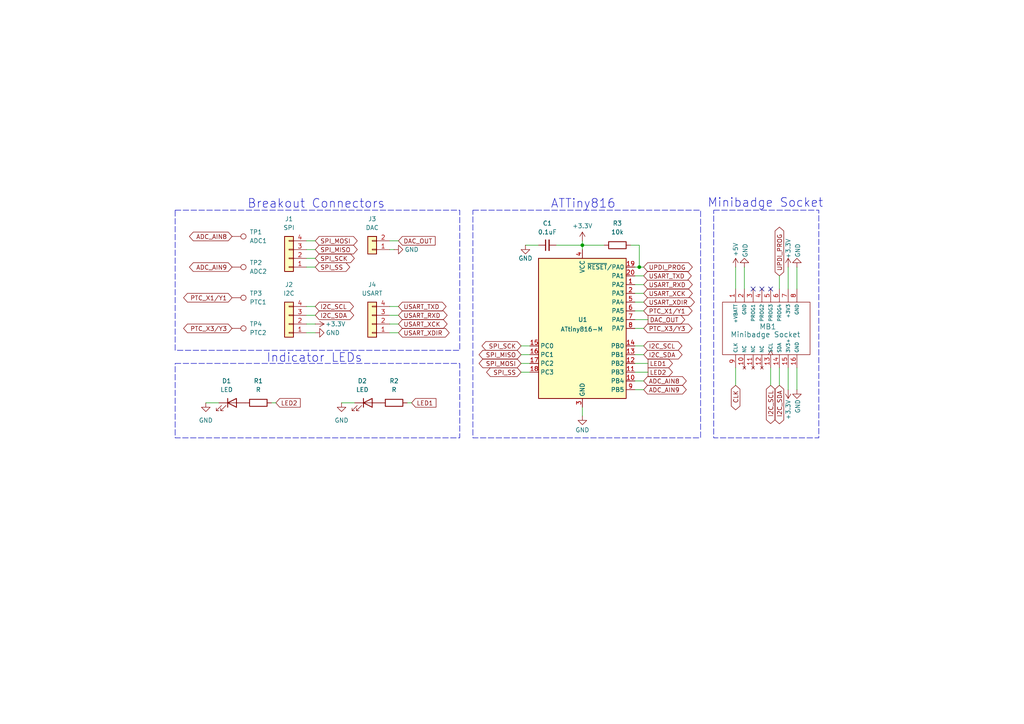
<source format=kicad_sch>
(kicad_sch
	(version 20231120)
	(generator "eeschema")
	(generator_version "8.0")
	(uuid "afc19f2e-5ca0-48b8-9e58-feecbe728214")
	(paper "A4")
	(lib_symbols
		(symbol "Connector:TestPoint"
			(pin_numbers hide)
			(pin_names
				(offset 0.762) hide)
			(exclude_from_sim no)
			(in_bom yes)
			(on_board yes)
			(property "Reference" "TP"
				(at 0 6.858 0)
				(effects
					(font
						(size 1.27 1.27)
					)
				)
			)
			(property "Value" "TestPoint"
				(at 0 5.08 0)
				(effects
					(font
						(size 1.27 1.27)
					)
				)
			)
			(property "Footprint" ""
				(at 5.08 0 0)
				(effects
					(font
						(size 1.27 1.27)
					)
					(hide yes)
				)
			)
			(property "Datasheet" "~"
				(at 5.08 0 0)
				(effects
					(font
						(size 1.27 1.27)
					)
					(hide yes)
				)
			)
			(property "Description" "test point"
				(at 0 0 0)
				(effects
					(font
						(size 1.27 1.27)
					)
					(hide yes)
				)
			)
			(property "ki_keywords" "test point tp"
				(at 0 0 0)
				(effects
					(font
						(size 1.27 1.27)
					)
					(hide yes)
				)
			)
			(property "ki_fp_filters" "Pin* Test*"
				(at 0 0 0)
				(effects
					(font
						(size 1.27 1.27)
					)
					(hide yes)
				)
			)
			(symbol "TestPoint_0_1"
				(circle
					(center 0 3.302)
					(radius 0.762)
					(stroke
						(width 0)
						(type default)
					)
					(fill
						(type none)
					)
				)
			)
			(symbol "TestPoint_1_1"
				(pin passive line
					(at 0 0 90)
					(length 2.54)
					(name "1"
						(effects
							(font
								(size 1.27 1.27)
							)
						)
					)
					(number "1"
						(effects
							(font
								(size 1.27 1.27)
							)
						)
					)
				)
			)
		)
		(symbol "Connector_Generic:Conn_01x02"
			(pin_names
				(offset 1.016) hide)
			(exclude_from_sim no)
			(in_bom yes)
			(on_board yes)
			(property "Reference" "J"
				(at 0 2.54 0)
				(effects
					(font
						(size 1.27 1.27)
					)
				)
			)
			(property "Value" "Conn_01x02"
				(at 0 -5.08 0)
				(effects
					(font
						(size 1.27 1.27)
					)
				)
			)
			(property "Footprint" ""
				(at 0 0 0)
				(effects
					(font
						(size 1.27 1.27)
					)
					(hide yes)
				)
			)
			(property "Datasheet" "~"
				(at 0 0 0)
				(effects
					(font
						(size 1.27 1.27)
					)
					(hide yes)
				)
			)
			(property "Description" "Generic connector, single row, 01x02, script generated (kicad-library-utils/schlib/autogen/connector/)"
				(at 0 0 0)
				(effects
					(font
						(size 1.27 1.27)
					)
					(hide yes)
				)
			)
			(property "ki_keywords" "connector"
				(at 0 0 0)
				(effects
					(font
						(size 1.27 1.27)
					)
					(hide yes)
				)
			)
			(property "ki_fp_filters" "Connector*:*_1x??_*"
				(at 0 0 0)
				(effects
					(font
						(size 1.27 1.27)
					)
					(hide yes)
				)
			)
			(symbol "Conn_01x02_1_1"
				(rectangle
					(start -1.27 -2.413)
					(end 0 -2.667)
					(stroke
						(width 0.1524)
						(type default)
					)
					(fill
						(type none)
					)
				)
				(rectangle
					(start -1.27 0.127)
					(end 0 -0.127)
					(stroke
						(width 0.1524)
						(type default)
					)
					(fill
						(type none)
					)
				)
				(rectangle
					(start -1.27 1.27)
					(end 1.27 -3.81)
					(stroke
						(width 0.254)
						(type default)
					)
					(fill
						(type background)
					)
				)
				(pin passive line
					(at -5.08 0 0)
					(length 3.81)
					(name "Pin_1"
						(effects
							(font
								(size 1.27 1.27)
							)
						)
					)
					(number "1"
						(effects
							(font
								(size 1.27 1.27)
							)
						)
					)
				)
				(pin passive line
					(at -5.08 -2.54 0)
					(length 3.81)
					(name "Pin_2"
						(effects
							(font
								(size 1.27 1.27)
							)
						)
					)
					(number "2"
						(effects
							(font
								(size 1.27 1.27)
							)
						)
					)
				)
			)
		)
		(symbol "Connector_Generic:Conn_01x04"
			(pin_names
				(offset 1.016) hide)
			(exclude_from_sim no)
			(in_bom yes)
			(on_board yes)
			(property "Reference" "J"
				(at 0 5.08 0)
				(effects
					(font
						(size 1.27 1.27)
					)
				)
			)
			(property "Value" "Conn_01x04"
				(at 0 -7.62 0)
				(effects
					(font
						(size 1.27 1.27)
					)
				)
			)
			(property "Footprint" ""
				(at 0 0 0)
				(effects
					(font
						(size 1.27 1.27)
					)
					(hide yes)
				)
			)
			(property "Datasheet" "~"
				(at 0 0 0)
				(effects
					(font
						(size 1.27 1.27)
					)
					(hide yes)
				)
			)
			(property "Description" "Generic connector, single row, 01x04, script generated (kicad-library-utils/schlib/autogen/connector/)"
				(at 0 0 0)
				(effects
					(font
						(size 1.27 1.27)
					)
					(hide yes)
				)
			)
			(property "ki_keywords" "connector"
				(at 0 0 0)
				(effects
					(font
						(size 1.27 1.27)
					)
					(hide yes)
				)
			)
			(property "ki_fp_filters" "Connector*:*_1x??_*"
				(at 0 0 0)
				(effects
					(font
						(size 1.27 1.27)
					)
					(hide yes)
				)
			)
			(symbol "Conn_01x04_1_1"
				(rectangle
					(start -1.27 -4.953)
					(end 0 -5.207)
					(stroke
						(width 0.1524)
						(type default)
					)
					(fill
						(type none)
					)
				)
				(rectangle
					(start -1.27 -2.413)
					(end 0 -2.667)
					(stroke
						(width 0.1524)
						(type default)
					)
					(fill
						(type none)
					)
				)
				(rectangle
					(start -1.27 0.127)
					(end 0 -0.127)
					(stroke
						(width 0.1524)
						(type default)
					)
					(fill
						(type none)
					)
				)
				(rectangle
					(start -1.27 2.667)
					(end 0 2.413)
					(stroke
						(width 0.1524)
						(type default)
					)
					(fill
						(type none)
					)
				)
				(rectangle
					(start -1.27 3.81)
					(end 1.27 -6.35)
					(stroke
						(width 0.254)
						(type default)
					)
					(fill
						(type background)
					)
				)
				(pin passive line
					(at -5.08 2.54 0)
					(length 3.81)
					(name "Pin_1"
						(effects
							(font
								(size 1.27 1.27)
							)
						)
					)
					(number "1"
						(effects
							(font
								(size 1.27 1.27)
							)
						)
					)
				)
				(pin passive line
					(at -5.08 0 0)
					(length 3.81)
					(name "Pin_2"
						(effects
							(font
								(size 1.27 1.27)
							)
						)
					)
					(number "2"
						(effects
							(font
								(size 1.27 1.27)
							)
						)
					)
				)
				(pin passive line
					(at -5.08 -2.54 0)
					(length 3.81)
					(name "Pin_3"
						(effects
							(font
								(size 1.27 1.27)
							)
						)
					)
					(number "3"
						(effects
							(font
								(size 1.27 1.27)
							)
						)
					)
				)
				(pin passive line
					(at -5.08 -5.08 0)
					(length 3.81)
					(name "Pin_4"
						(effects
							(font
								(size 1.27 1.27)
							)
						)
					)
					(number "4"
						(effects
							(font
								(size 1.27 1.27)
							)
						)
					)
				)
			)
		)
		(symbol "Device:C_Small"
			(pin_numbers hide)
			(pin_names
				(offset 0.254) hide)
			(exclude_from_sim no)
			(in_bom yes)
			(on_board yes)
			(property "Reference" "C"
				(at 0.254 1.778 0)
				(effects
					(font
						(size 1.27 1.27)
					)
					(justify left)
				)
			)
			(property "Value" "C_Small"
				(at 0.254 -2.032 0)
				(effects
					(font
						(size 1.27 1.27)
					)
					(justify left)
				)
			)
			(property "Footprint" ""
				(at 0 0 0)
				(effects
					(font
						(size 1.27 1.27)
					)
					(hide yes)
				)
			)
			(property "Datasheet" "~"
				(at 0 0 0)
				(effects
					(font
						(size 1.27 1.27)
					)
					(hide yes)
				)
			)
			(property "Description" "Unpolarized capacitor, small symbol"
				(at 0 0 0)
				(effects
					(font
						(size 1.27 1.27)
					)
					(hide yes)
				)
			)
			(property "ki_keywords" "capacitor cap"
				(at 0 0 0)
				(effects
					(font
						(size 1.27 1.27)
					)
					(hide yes)
				)
			)
			(property "ki_fp_filters" "C_*"
				(at 0 0 0)
				(effects
					(font
						(size 1.27 1.27)
					)
					(hide yes)
				)
			)
			(symbol "C_Small_0_1"
				(polyline
					(pts
						(xy -1.524 -0.508) (xy 1.524 -0.508)
					)
					(stroke
						(width 0.3302)
						(type default)
					)
					(fill
						(type none)
					)
				)
				(polyline
					(pts
						(xy -1.524 0.508) (xy 1.524 0.508)
					)
					(stroke
						(width 0.3048)
						(type default)
					)
					(fill
						(type none)
					)
				)
			)
			(symbol "C_Small_1_1"
				(pin passive line
					(at 0 2.54 270)
					(length 2.032)
					(name "~"
						(effects
							(font
								(size 1.27 1.27)
							)
						)
					)
					(number "1"
						(effects
							(font
								(size 1.27 1.27)
							)
						)
					)
				)
				(pin passive line
					(at 0 -2.54 90)
					(length 2.032)
					(name "~"
						(effects
							(font
								(size 1.27 1.27)
							)
						)
					)
					(number "2"
						(effects
							(font
								(size 1.27 1.27)
							)
						)
					)
				)
			)
		)
		(symbol "Device:LED"
			(pin_numbers hide)
			(pin_names
				(offset 1.016) hide)
			(exclude_from_sim no)
			(in_bom yes)
			(on_board yes)
			(property "Reference" "D"
				(at 0 2.54 0)
				(effects
					(font
						(size 1.27 1.27)
					)
				)
			)
			(property "Value" "LED"
				(at 0 -2.54 0)
				(effects
					(font
						(size 1.27 1.27)
					)
				)
			)
			(property "Footprint" ""
				(at 0 0 0)
				(effects
					(font
						(size 1.27 1.27)
					)
					(hide yes)
				)
			)
			(property "Datasheet" "~"
				(at 0 0 0)
				(effects
					(font
						(size 1.27 1.27)
					)
					(hide yes)
				)
			)
			(property "Description" "Light emitting diode"
				(at 0 0 0)
				(effects
					(font
						(size 1.27 1.27)
					)
					(hide yes)
				)
			)
			(property "ki_keywords" "LED diode"
				(at 0 0 0)
				(effects
					(font
						(size 1.27 1.27)
					)
					(hide yes)
				)
			)
			(property "ki_fp_filters" "LED* LED_SMD:* LED_THT:*"
				(at 0 0 0)
				(effects
					(font
						(size 1.27 1.27)
					)
					(hide yes)
				)
			)
			(symbol "LED_0_1"
				(polyline
					(pts
						(xy -1.27 -1.27) (xy -1.27 1.27)
					)
					(stroke
						(width 0.254)
						(type default)
					)
					(fill
						(type none)
					)
				)
				(polyline
					(pts
						(xy -1.27 0) (xy 1.27 0)
					)
					(stroke
						(width 0)
						(type default)
					)
					(fill
						(type none)
					)
				)
				(polyline
					(pts
						(xy 1.27 -1.27) (xy 1.27 1.27) (xy -1.27 0) (xy 1.27 -1.27)
					)
					(stroke
						(width 0.254)
						(type default)
					)
					(fill
						(type none)
					)
				)
				(polyline
					(pts
						(xy -3.048 -0.762) (xy -4.572 -2.286) (xy -3.81 -2.286) (xy -4.572 -2.286) (xy -4.572 -1.524)
					)
					(stroke
						(width 0)
						(type default)
					)
					(fill
						(type none)
					)
				)
				(polyline
					(pts
						(xy -1.778 -0.762) (xy -3.302 -2.286) (xy -2.54 -2.286) (xy -3.302 -2.286) (xy -3.302 -1.524)
					)
					(stroke
						(width 0)
						(type default)
					)
					(fill
						(type none)
					)
				)
			)
			(symbol "LED_1_1"
				(pin passive line
					(at -3.81 0 0)
					(length 2.54)
					(name "K"
						(effects
							(font
								(size 1.27 1.27)
							)
						)
					)
					(number "1"
						(effects
							(font
								(size 1.27 1.27)
							)
						)
					)
				)
				(pin passive line
					(at 3.81 0 180)
					(length 2.54)
					(name "A"
						(effects
							(font
								(size 1.27 1.27)
							)
						)
					)
					(number "2"
						(effects
							(font
								(size 1.27 1.27)
							)
						)
					)
				)
			)
		)
		(symbol "Device:R"
			(pin_numbers hide)
			(pin_names
				(offset 0)
			)
			(exclude_from_sim no)
			(in_bom yes)
			(on_board yes)
			(property "Reference" "R"
				(at 2.032 0 90)
				(effects
					(font
						(size 1.27 1.27)
					)
				)
			)
			(property "Value" "R"
				(at 0 0 90)
				(effects
					(font
						(size 1.27 1.27)
					)
				)
			)
			(property "Footprint" ""
				(at -1.778 0 90)
				(effects
					(font
						(size 1.27 1.27)
					)
					(hide yes)
				)
			)
			(property "Datasheet" "~"
				(at 0 0 0)
				(effects
					(font
						(size 1.27 1.27)
					)
					(hide yes)
				)
			)
			(property "Description" "Resistor"
				(at 0 0 0)
				(effects
					(font
						(size 1.27 1.27)
					)
					(hide yes)
				)
			)
			(property "ki_keywords" "R res resistor"
				(at 0 0 0)
				(effects
					(font
						(size 1.27 1.27)
					)
					(hide yes)
				)
			)
			(property "ki_fp_filters" "R_*"
				(at 0 0 0)
				(effects
					(font
						(size 1.27 1.27)
					)
					(hide yes)
				)
			)
			(symbol "R_0_1"
				(rectangle
					(start -1.016 -2.54)
					(end 1.016 2.54)
					(stroke
						(width 0.254)
						(type default)
					)
					(fill
						(type none)
					)
				)
			)
			(symbol "R_1_1"
				(pin passive line
					(at 0 3.81 270)
					(length 1.27)
					(name "~"
						(effects
							(font
								(size 1.27 1.27)
							)
						)
					)
					(number "1"
						(effects
							(font
								(size 1.27 1.27)
							)
						)
					)
				)
				(pin passive line
					(at 0 -3.81 90)
					(length 1.27)
					(name "~"
						(effects
							(font
								(size 1.27 1.27)
							)
						)
					)
					(number "2"
						(effects
							(font
								(size 1.27 1.27)
							)
						)
					)
				)
			)
		)
		(symbol "MCU_Microchip_ATtiny:ATtiny816-M"
			(exclude_from_sim no)
			(in_bom yes)
			(on_board yes)
			(property "Reference" "U"
				(at -12.7 21.59 0)
				(effects
					(font
						(size 1.27 1.27)
					)
					(justify left bottom)
				)
			)
			(property "Value" "ATtiny816-M"
				(at 2.54 -21.59 0)
				(effects
					(font
						(size 1.27 1.27)
					)
					(justify left top)
				)
			)
			(property "Footprint" "Package_DFN_QFN:VQFN-20-1EP_3x3mm_P0.4mm_EP1.7x1.7mm"
				(at 0 0 0)
				(effects
					(font
						(size 1.27 1.27)
						(italic yes)
					)
					(hide yes)
				)
			)
			(property "Datasheet" "http://ww1.microchip.com/downloads/en/DeviceDoc/40001913A.pdf"
				(at 0 0 0)
				(effects
					(font
						(size 1.27 1.27)
					)
					(hide yes)
				)
			)
			(property "Description" "20MHz, 8kB Flash, 512B SRAM, 128B EEPROM, VQFN-20"
				(at 0 0 0)
				(effects
					(font
						(size 1.27 1.27)
					)
					(hide yes)
				)
			)
			(property "ki_keywords" "AVR 8bit Microcontroller tinyAVR"
				(at 0 0 0)
				(effects
					(font
						(size 1.27 1.27)
					)
					(hide yes)
				)
			)
			(property "ki_fp_filters" "VQFN*1EP*3x3mm*P0.4mm*"
				(at 0 0 0)
				(effects
					(font
						(size 1.27 1.27)
					)
					(hide yes)
				)
			)
			(symbol "ATtiny816-M_0_1"
				(rectangle
					(start -12.7 -20.32)
					(end 12.7 20.32)
					(stroke
						(width 0.254)
						(type default)
					)
					(fill
						(type background)
					)
				)
			)
			(symbol "ATtiny816-M_1_1"
				(pin bidirectional line
					(at 15.24 12.7 180)
					(length 2.54)
					(name "PA2"
						(effects
							(font
								(size 1.27 1.27)
							)
						)
					)
					(number "1"
						(effects
							(font
								(size 1.27 1.27)
							)
						)
					)
				)
				(pin bidirectional line
					(at 15.24 -15.24 180)
					(length 2.54)
					(name "PB4"
						(effects
							(font
								(size 1.27 1.27)
							)
						)
					)
					(number "10"
						(effects
							(font
								(size 1.27 1.27)
							)
						)
					)
				)
				(pin bidirectional line
					(at 15.24 -12.7 180)
					(length 2.54)
					(name "PB3"
						(effects
							(font
								(size 1.27 1.27)
							)
						)
					)
					(number "11"
						(effects
							(font
								(size 1.27 1.27)
							)
						)
					)
				)
				(pin bidirectional line
					(at 15.24 -10.16 180)
					(length 2.54)
					(name "PB2"
						(effects
							(font
								(size 1.27 1.27)
							)
						)
					)
					(number "12"
						(effects
							(font
								(size 1.27 1.27)
							)
						)
					)
				)
				(pin bidirectional line
					(at 15.24 -7.62 180)
					(length 2.54)
					(name "PB1"
						(effects
							(font
								(size 1.27 1.27)
							)
						)
					)
					(number "13"
						(effects
							(font
								(size 1.27 1.27)
							)
						)
					)
				)
				(pin bidirectional line
					(at 15.24 -5.08 180)
					(length 2.54)
					(name "PB0"
						(effects
							(font
								(size 1.27 1.27)
							)
						)
					)
					(number "14"
						(effects
							(font
								(size 1.27 1.27)
							)
						)
					)
				)
				(pin bidirectional line
					(at -15.24 -5.08 0)
					(length 2.54)
					(name "PC0"
						(effects
							(font
								(size 1.27 1.27)
							)
						)
					)
					(number "15"
						(effects
							(font
								(size 1.27 1.27)
							)
						)
					)
				)
				(pin bidirectional line
					(at -15.24 -7.62 0)
					(length 2.54)
					(name "PC1"
						(effects
							(font
								(size 1.27 1.27)
							)
						)
					)
					(number "16"
						(effects
							(font
								(size 1.27 1.27)
							)
						)
					)
				)
				(pin bidirectional line
					(at -15.24 -10.16 0)
					(length 2.54)
					(name "PC2"
						(effects
							(font
								(size 1.27 1.27)
							)
						)
					)
					(number "17"
						(effects
							(font
								(size 1.27 1.27)
							)
						)
					)
				)
				(pin bidirectional line
					(at -15.24 -12.7 0)
					(length 2.54)
					(name "PC3"
						(effects
							(font
								(size 1.27 1.27)
							)
						)
					)
					(number "18"
						(effects
							(font
								(size 1.27 1.27)
							)
						)
					)
				)
				(pin bidirectional line
					(at 15.24 17.78 180)
					(length 2.54)
					(name "~{RESET}/PA0"
						(effects
							(font
								(size 1.27 1.27)
							)
						)
					)
					(number "19"
						(effects
							(font
								(size 1.27 1.27)
							)
						)
					)
				)
				(pin bidirectional line
					(at 15.24 10.16 180)
					(length 2.54)
					(name "PA3"
						(effects
							(font
								(size 1.27 1.27)
							)
						)
					)
					(number "2"
						(effects
							(font
								(size 1.27 1.27)
							)
						)
					)
				)
				(pin bidirectional line
					(at 15.24 15.24 180)
					(length 2.54)
					(name "PA1"
						(effects
							(font
								(size 1.27 1.27)
							)
						)
					)
					(number "20"
						(effects
							(font
								(size 1.27 1.27)
							)
						)
					)
				)
				(pin passive line
					(at 0 -22.86 90)
					(length 2.54) hide
					(name "GND"
						(effects
							(font
								(size 1.27 1.27)
							)
						)
					)
					(number "21"
						(effects
							(font
								(size 1.27 1.27)
							)
						)
					)
				)
				(pin power_in line
					(at 0 -22.86 90)
					(length 2.54)
					(name "GND"
						(effects
							(font
								(size 1.27 1.27)
							)
						)
					)
					(number "3"
						(effects
							(font
								(size 1.27 1.27)
							)
						)
					)
				)
				(pin power_in line
					(at 0 22.86 270)
					(length 2.54)
					(name "VCC"
						(effects
							(font
								(size 1.27 1.27)
							)
						)
					)
					(number "4"
						(effects
							(font
								(size 1.27 1.27)
							)
						)
					)
				)
				(pin bidirectional line
					(at 15.24 7.62 180)
					(length 2.54)
					(name "PA4"
						(effects
							(font
								(size 1.27 1.27)
							)
						)
					)
					(number "5"
						(effects
							(font
								(size 1.27 1.27)
							)
						)
					)
				)
				(pin bidirectional line
					(at 15.24 5.08 180)
					(length 2.54)
					(name "PA5"
						(effects
							(font
								(size 1.27 1.27)
							)
						)
					)
					(number "6"
						(effects
							(font
								(size 1.27 1.27)
							)
						)
					)
				)
				(pin bidirectional line
					(at 15.24 2.54 180)
					(length 2.54)
					(name "PA6"
						(effects
							(font
								(size 1.27 1.27)
							)
						)
					)
					(number "7"
						(effects
							(font
								(size 1.27 1.27)
							)
						)
					)
				)
				(pin bidirectional line
					(at 15.24 0 180)
					(length 2.54)
					(name "PA7"
						(effects
							(font
								(size 1.27 1.27)
							)
						)
					)
					(number "8"
						(effects
							(font
								(size 1.27 1.27)
							)
						)
					)
				)
				(pin bidirectional line
					(at 15.24 -17.78 180)
					(length 2.54)
					(name "PB5"
						(effects
							(font
								(size 1.27 1.27)
							)
						)
					)
					(number "9"
						(effects
							(font
								(size 1.27 1.27)
							)
						)
					)
				)
			)
		)
		(symbol "MiniBadge:MiniBadge_Full"
			(exclude_from_sim no)
			(in_bom yes)
			(on_board yes)
			(property "Reference" "MB"
				(at 8.89 0 0)
				(effects
					(font
						(size 1.27 1.27)
					)
				)
			)
			(property "Value" "MiniBadge_Full"
				(at -10.16 0 0)
				(effects
					(font
						(size 1.27 1.27)
					)
					(justify left)
				)
			)
			(property "Footprint" ""
				(at 0 0 0)
				(effects
					(font
						(size 1.27 1.27)
					)
					(hide yes)
				)
			)
			(property "Datasheet" ""
				(at 0 0 0)
				(effects
					(font
						(size 1.27 1.27)
					)
					(hide yes)
				)
			)
			(property "Description" ""
				(at 0 0 0)
				(effects
					(font
						(size 1.27 1.27)
					)
					(hide yes)
				)
			)
			(symbol "MiniBadge_Full_0_1"
				(rectangle
					(start -12.7 7.62)
					(end 12.7 -7.62)
					(stroke
						(width 0)
						(type default)
					)
					(fill
						(type none)
					)
				)
			)
			(symbol "MiniBadge_Full_1_1"
				(pin power_out line
					(at -8.89 11.43 270)
					(length 3.81)
					(name "+VBATT"
						(effects
							(font
								(size 1 1)
							)
						)
					)
					(number "1"
						(effects
							(font
								(size 1.27 1.27)
							)
						)
					)
				)
				(pin no_connect line
					(at -6.35 -11.43 90)
					(length 3.81)
					(name "NC"
						(effects
							(font
								(size 1 1)
							)
						)
					)
					(number "10"
						(effects
							(font
								(size 1.27 1.27)
							)
						)
					)
				)
				(pin no_connect line
					(at -3.81 -11.43 90)
					(length 3.81)
					(name "NC"
						(effects
							(font
								(size 1 1)
							)
						)
					)
					(number "11"
						(effects
							(font
								(size 1.27 1.27)
							)
						)
					)
				)
				(pin no_connect line
					(at -1.27 -11.43 90)
					(length 3.81)
					(name "NC"
						(effects
							(font
								(size 1 1)
							)
						)
					)
					(number "12"
						(effects
							(font
								(size 1.27 1.27)
							)
						)
					)
				)
				(pin bidirectional clock
					(at 1.27 -11.43 90)
					(length 3.81)
					(name "SCL"
						(effects
							(font
								(size 1 1)
							)
						)
					)
					(number "13"
						(effects
							(font
								(size 1.27 1.27)
							)
						)
					)
				)
				(pin output line
					(at 3.81 -11.43 90)
					(length 3.81)
					(name "SDA"
						(effects
							(font
								(size 1 1)
							)
						)
					)
					(number "14"
						(effects
							(font
								(size 1.27 1.27)
							)
						)
					)
				)
				(pin power_out line
					(at 6.35 -11.43 90)
					(length 3.81)
					(name "3V3+"
						(effects
							(font
								(size 1 1)
							)
						)
					)
					(number "15"
						(effects
							(font
								(size 1.27 1.27)
							)
						)
					)
				)
				(pin power_out line
					(at 8.89 -11.43 90)
					(length 3.81)
					(name "GND"
						(effects
							(font
								(size 1 1)
							)
						)
					)
					(number "16"
						(effects
							(font
								(size 1.27 1.27)
							)
						)
					)
				)
				(pin power_out line
					(at -6.35 11.43 270)
					(length 3.81)
					(name "GND"
						(effects
							(font
								(size 1 1)
							)
						)
					)
					(number "2"
						(effects
							(font
								(size 1.27 1.27)
							)
						)
					)
				)
				(pin bidirectional line
					(at -3.81 11.43 270)
					(length 3.81)
					(name "PROG1"
						(effects
							(font
								(size 1 1)
							)
						)
					)
					(number "3"
						(effects
							(font
								(size 1.27 1.27)
							)
						)
					)
				)
				(pin bidirectional line
					(at -1.27 11.43 270)
					(length 3.81)
					(name "PROG2"
						(effects
							(font
								(size 1 1)
							)
						)
					)
					(number "4"
						(effects
							(font
								(size 1.27 1.27)
							)
						)
					)
				)
				(pin bidirectional line
					(at 1.27 11.43 270)
					(length 3.81)
					(name "PROG3"
						(effects
							(font
								(size 1 1)
							)
						)
					)
					(number "5"
						(effects
							(font
								(size 1.27 1.27)
							)
						)
					)
				)
				(pin bidirectional line
					(at 3.81 11.43 270)
					(length 3.81)
					(name "PROG4"
						(effects
							(font
								(size 1 1)
							)
						)
					)
					(number "6"
						(effects
							(font
								(size 1.27 1.27)
							)
						)
					)
				)
				(pin power_out line
					(at 6.35 11.43 270)
					(length 3.81)
					(name "+3V3"
						(effects
							(font
								(size 1 1)
							)
						)
					)
					(number "7"
						(effects
							(font
								(size 1.27 1.27)
							)
						)
					)
				)
				(pin power_out line
					(at 8.89 11.43 270)
					(length 3.81)
					(name "GND"
						(effects
							(font
								(size 1 1)
							)
						)
					)
					(number "8"
						(effects
							(font
								(size 1.27 1.27)
							)
						)
					)
				)
				(pin output line
					(at -8.89 -11.43 90)
					(length 3.81)
					(name "CLK"
						(effects
							(font
								(size 1 1)
							)
						)
					)
					(number "9"
						(effects
							(font
								(size 1.27 1.27)
							)
						)
					)
				)
			)
		)
		(symbol "power:+3.3V"
			(power)
			(pin_numbers hide)
			(pin_names
				(offset 0) hide)
			(exclude_from_sim no)
			(in_bom yes)
			(on_board yes)
			(property "Reference" "#PWR"
				(at 0 -3.81 0)
				(effects
					(font
						(size 1.27 1.27)
					)
					(hide yes)
				)
			)
			(property "Value" "+3.3V"
				(at 0 3.556 0)
				(effects
					(font
						(size 1.27 1.27)
					)
				)
			)
			(property "Footprint" ""
				(at 0 0 0)
				(effects
					(font
						(size 1.27 1.27)
					)
					(hide yes)
				)
			)
			(property "Datasheet" ""
				(at 0 0 0)
				(effects
					(font
						(size 1.27 1.27)
					)
					(hide yes)
				)
			)
			(property "Description" "Power symbol creates a global label with name \"+3.3V\""
				(at 0 0 0)
				(effects
					(font
						(size 1.27 1.27)
					)
					(hide yes)
				)
			)
			(property "ki_keywords" "global power"
				(at 0 0 0)
				(effects
					(font
						(size 1.27 1.27)
					)
					(hide yes)
				)
			)
			(symbol "+3.3V_0_1"
				(polyline
					(pts
						(xy -0.762 1.27) (xy 0 2.54)
					)
					(stroke
						(width 0)
						(type default)
					)
					(fill
						(type none)
					)
				)
				(polyline
					(pts
						(xy 0 0) (xy 0 2.54)
					)
					(stroke
						(width 0)
						(type default)
					)
					(fill
						(type none)
					)
				)
				(polyline
					(pts
						(xy 0 2.54) (xy 0.762 1.27)
					)
					(stroke
						(width 0)
						(type default)
					)
					(fill
						(type none)
					)
				)
			)
			(symbol "+3.3V_1_1"
				(pin power_in line
					(at 0 0 90)
					(length 0)
					(name "~"
						(effects
							(font
								(size 1.27 1.27)
							)
						)
					)
					(number "1"
						(effects
							(font
								(size 1.27 1.27)
							)
						)
					)
				)
			)
		)
		(symbol "power:+5V"
			(power)
			(pin_numbers hide)
			(pin_names
				(offset 0) hide)
			(exclude_from_sim no)
			(in_bom yes)
			(on_board yes)
			(property "Reference" "#PWR"
				(at 0 -3.81 0)
				(effects
					(font
						(size 1.27 1.27)
					)
					(hide yes)
				)
			)
			(property "Value" "+5V"
				(at 0 3.556 0)
				(effects
					(font
						(size 1.27 1.27)
					)
				)
			)
			(property "Footprint" ""
				(at 0 0 0)
				(effects
					(font
						(size 1.27 1.27)
					)
					(hide yes)
				)
			)
			(property "Datasheet" ""
				(at 0 0 0)
				(effects
					(font
						(size 1.27 1.27)
					)
					(hide yes)
				)
			)
			(property "Description" "Power symbol creates a global label with name \"+5V\""
				(at 0 0 0)
				(effects
					(font
						(size 1.27 1.27)
					)
					(hide yes)
				)
			)
			(property "ki_keywords" "global power"
				(at 0 0 0)
				(effects
					(font
						(size 1.27 1.27)
					)
					(hide yes)
				)
			)
			(symbol "+5V_0_1"
				(polyline
					(pts
						(xy -0.762 1.27) (xy 0 2.54)
					)
					(stroke
						(width 0)
						(type default)
					)
					(fill
						(type none)
					)
				)
				(polyline
					(pts
						(xy 0 0) (xy 0 2.54)
					)
					(stroke
						(width 0)
						(type default)
					)
					(fill
						(type none)
					)
				)
				(polyline
					(pts
						(xy 0 2.54) (xy 0.762 1.27)
					)
					(stroke
						(width 0)
						(type default)
					)
					(fill
						(type none)
					)
				)
			)
			(symbol "+5V_1_1"
				(pin power_in line
					(at 0 0 90)
					(length 0)
					(name "~"
						(effects
							(font
								(size 1.27 1.27)
							)
						)
					)
					(number "1"
						(effects
							(font
								(size 1.27 1.27)
							)
						)
					)
				)
			)
		)
		(symbol "power:GND"
			(power)
			(pin_numbers hide)
			(pin_names
				(offset 0) hide)
			(exclude_from_sim no)
			(in_bom yes)
			(on_board yes)
			(property "Reference" "#PWR"
				(at 0 -6.35 0)
				(effects
					(font
						(size 1.27 1.27)
					)
					(hide yes)
				)
			)
			(property "Value" "GND"
				(at 0 -3.81 0)
				(effects
					(font
						(size 1.27 1.27)
					)
				)
			)
			(property "Footprint" ""
				(at 0 0 0)
				(effects
					(font
						(size 1.27 1.27)
					)
					(hide yes)
				)
			)
			(property "Datasheet" ""
				(at 0 0 0)
				(effects
					(font
						(size 1.27 1.27)
					)
					(hide yes)
				)
			)
			(property "Description" "Power symbol creates a global label with name \"GND\" , ground"
				(at 0 0 0)
				(effects
					(font
						(size 1.27 1.27)
					)
					(hide yes)
				)
			)
			(property "ki_keywords" "global power"
				(at 0 0 0)
				(effects
					(font
						(size 1.27 1.27)
					)
					(hide yes)
				)
			)
			(symbol "GND_0_1"
				(polyline
					(pts
						(xy 0 0) (xy 0 -1.27) (xy 1.27 -1.27) (xy 0 -2.54) (xy -1.27 -1.27) (xy 0 -1.27)
					)
					(stroke
						(width 0)
						(type default)
					)
					(fill
						(type none)
					)
				)
			)
			(symbol "GND_1_1"
				(pin power_in line
					(at 0 0 270)
					(length 0)
					(name "~"
						(effects
							(font
								(size 1.27 1.27)
							)
						)
					)
					(number "1"
						(effects
							(font
								(size 1.27 1.27)
							)
						)
					)
				)
			)
		)
	)
	(junction
		(at 185.42 77.47)
		(diameter 0)
		(color 0 0 0 0)
		(uuid "c4f7548b-14a2-4b4c-bf65-15c28f17dbba")
	)
	(junction
		(at 168.91 71.12)
		(diameter 0)
		(color 0 0 0 0)
		(uuid "eba16f64-dea9-4c93-822d-3706e0ea73f6")
	)
	(no_connect
		(at 218.44 83.82)
		(uuid "0c88a1ad-b582-4f65-b0c3-20ac547f9308")
	)
	(no_connect
		(at 223.52 83.82)
		(uuid "4e13495c-4ee7-47e7-a72a-e2847e3ccc63")
	)
	(no_connect
		(at 220.98 83.82)
		(uuid "678d8db2-4dab-4f9e-bb80-7b9f884bf844")
	)
	(wire
		(pts
			(xy 184.15 102.87) (xy 186.69 102.87)
		)
		(stroke
			(width 0)
			(type default)
		)
		(uuid "00a0699c-67ef-4e2b-bb38-c63e708fd1cb")
	)
	(wire
		(pts
			(xy 88.9 93.98) (xy 91.44 93.98)
		)
		(stroke
			(width 0)
			(type default)
		)
		(uuid "06b3ea4d-a168-407f-bfd9-daffa22181e4")
	)
	(wire
		(pts
			(xy 226.06 106.68) (xy 226.06 111.76)
		)
		(stroke
			(width 0)
			(type default)
		)
		(uuid "07e9fac9-3605-4640-9a1c-71521a6ac9eb")
	)
	(wire
		(pts
			(xy 115.57 91.44) (xy 113.03 91.44)
		)
		(stroke
			(width 0)
			(type default)
		)
		(uuid "08adf869-7d2e-4110-86aa-5d37d2468634")
	)
	(wire
		(pts
			(xy 91.44 77.47) (xy 88.9 77.47)
		)
		(stroke
			(width 0)
			(type default)
		)
		(uuid "0eb4d9e4-7fc2-48e7-b0ea-affd0a08fde9")
	)
	(wire
		(pts
			(xy 91.44 69.85) (xy 88.9 69.85)
		)
		(stroke
			(width 0)
			(type default)
		)
		(uuid "10aff058-42bd-4e1b-a361-9fe8b7ba661e")
	)
	(wire
		(pts
			(xy 213.36 77.47) (xy 213.36 83.82)
		)
		(stroke
			(width 0)
			(type default)
		)
		(uuid "132c389c-fd5d-40ef-ab8c-851fc8f5cfe7")
	)
	(wire
		(pts
			(xy 115.57 88.9) (xy 113.03 88.9)
		)
		(stroke
			(width 0)
			(type default)
		)
		(uuid "22356a04-7412-4b99-8733-fc2f2b404ad8")
	)
	(wire
		(pts
			(xy 186.69 110.49) (xy 184.15 110.49)
		)
		(stroke
			(width 0)
			(type default)
		)
		(uuid "24faaebf-1bd5-4275-bc03-be4d2a4dcb2b")
	)
	(wire
		(pts
			(xy 231.14 77.47) (xy 231.14 83.82)
		)
		(stroke
			(width 0)
			(type default)
		)
		(uuid "25443db5-9e33-4f74-951f-5f824cff81e5")
	)
	(wire
		(pts
			(xy 228.6 77.47) (xy 228.6 83.82)
		)
		(stroke
			(width 0)
			(type default)
		)
		(uuid "269c7cd3-a371-4771-bd34-10514b488b31")
	)
	(wire
		(pts
			(xy 184.15 100.33) (xy 186.69 100.33)
		)
		(stroke
			(width 0)
			(type default)
		)
		(uuid "2a7e0fee-6838-4124-bcf1-88b9eeca0f20")
	)
	(wire
		(pts
			(xy 185.42 71.12) (xy 185.42 77.47)
		)
		(stroke
			(width 0)
			(type default)
		)
		(uuid "2beab093-9df1-4ec9-8649-cf60cd6b53c0")
	)
	(wire
		(pts
			(xy 228.6 106.68) (xy 228.6 113.03)
		)
		(stroke
			(width 0)
			(type default)
		)
		(uuid "2dc7ccb6-59de-4491-8c7b-c0694dd75882")
	)
	(wire
		(pts
			(xy 161.29 71.12) (xy 168.91 71.12)
		)
		(stroke
			(width 0)
			(type default)
		)
		(uuid "3885909e-1630-4a36-8afd-885658506cd9")
	)
	(wire
		(pts
			(xy 187.96 105.41) (xy 184.15 105.41)
		)
		(stroke
			(width 0)
			(type default)
		)
		(uuid "3a8036af-7206-4a71-a6d8-2a3a03b9dfd3")
	)
	(wire
		(pts
			(xy 168.91 71.12) (xy 168.91 72.39)
		)
		(stroke
			(width 0)
			(type default)
		)
		(uuid "3ce4d47a-ec68-4d1f-8ae6-37eb723c488b")
	)
	(wire
		(pts
			(xy 151.13 100.33) (xy 153.67 100.33)
		)
		(stroke
			(width 0)
			(type default)
		)
		(uuid "3ff8dd63-0753-44bd-9969-23c9afb53ce4")
	)
	(wire
		(pts
			(xy 184.15 87.63) (xy 186.69 87.63)
		)
		(stroke
			(width 0)
			(type default)
		)
		(uuid "437796ac-acc9-485d-816d-54b7fe3d1e0a")
	)
	(wire
		(pts
			(xy 184.15 92.71) (xy 187.96 92.71)
		)
		(stroke
			(width 0)
			(type default)
		)
		(uuid "525d106f-5eb9-4c9a-adfe-70e21af0c89c")
	)
	(wire
		(pts
			(xy 168.91 120.65) (xy 168.91 118.11)
		)
		(stroke
			(width 0)
			(type default)
		)
		(uuid "5603ae29-3392-4371-9e4f-54178b408e80")
	)
	(wire
		(pts
			(xy 113.03 69.85) (xy 115.57 69.85)
		)
		(stroke
			(width 0)
			(type default)
		)
		(uuid "5c86bb1f-77b7-45f3-b9db-804e2a8e89af")
	)
	(wire
		(pts
			(xy 186.69 113.03) (xy 184.15 113.03)
		)
		(stroke
			(width 0)
			(type default)
		)
		(uuid "5cc1cbe4-ec0f-4706-b5da-56cde0dacee2")
	)
	(wire
		(pts
			(xy 113.03 72.39) (xy 114.3 72.39)
		)
		(stroke
			(width 0)
			(type default)
		)
		(uuid "625a3427-0e3d-4996-bccb-34f65d489b1f")
	)
	(wire
		(pts
			(xy 88.9 91.44) (xy 91.44 91.44)
		)
		(stroke
			(width 0)
			(type default)
		)
		(uuid "6b219e74-d570-4927-8d32-9efb0a844d28")
	)
	(wire
		(pts
			(xy 168.91 69.85) (xy 168.91 71.12)
		)
		(stroke
			(width 0)
			(type default)
		)
		(uuid "848d5d41-762c-4b82-97b6-5876449abf88")
	)
	(wire
		(pts
			(xy 91.44 72.39) (xy 88.9 72.39)
		)
		(stroke
			(width 0)
			(type default)
		)
		(uuid "88890aa0-8a45-4ae2-be71-65963a79800e")
	)
	(wire
		(pts
			(xy 152.4 71.12) (xy 156.21 71.12)
		)
		(stroke
			(width 0)
			(type default)
		)
		(uuid "8bf77d53-0410-408f-b5e2-7add6a97e4c0")
	)
	(wire
		(pts
			(xy 187.96 107.95) (xy 184.15 107.95)
		)
		(stroke
			(width 0)
			(type default)
		)
		(uuid "8f8799dd-5c59-4ffe-9cad-d397c20ef0bc")
	)
	(wire
		(pts
			(xy 119.38 116.84) (xy 118.11 116.84)
		)
		(stroke
			(width 0)
			(type default)
		)
		(uuid "967dcb11-80a9-411a-a81c-cb6075b498f9")
	)
	(wire
		(pts
			(xy 231.14 106.68) (xy 231.14 113.03)
		)
		(stroke
			(width 0)
			(type default)
		)
		(uuid "9e6bca2f-d2e9-4d38-8420-e374420a10d5")
	)
	(wire
		(pts
			(xy 88.9 88.9) (xy 91.44 88.9)
		)
		(stroke
			(width 0)
			(type default)
		)
		(uuid "a4e87c3e-67a5-44a2-9239-2a3b73d21043")
	)
	(wire
		(pts
			(xy 115.57 96.52) (xy 113.03 96.52)
		)
		(stroke
			(width 0)
			(type default)
		)
		(uuid "b14f98e9-c43e-405f-8b84-332cd419eb56")
	)
	(wire
		(pts
			(xy 151.13 102.87) (xy 153.67 102.87)
		)
		(stroke
			(width 0)
			(type default)
		)
		(uuid "b20862a0-21c7-49b0-8ac7-5caf257f3594")
	)
	(wire
		(pts
			(xy 184.15 82.55) (xy 186.69 82.55)
		)
		(stroke
			(width 0)
			(type default)
		)
		(uuid "b31ca586-ac27-4b11-ad30-db73426d4d52")
	)
	(wire
		(pts
			(xy 115.57 93.98) (xy 113.03 93.98)
		)
		(stroke
			(width 0)
			(type default)
		)
		(uuid "b56314f5-f692-45f2-88f1-c4f9efd13ed0")
	)
	(wire
		(pts
			(xy 186.69 90.17) (xy 184.15 90.17)
		)
		(stroke
			(width 0)
			(type default)
		)
		(uuid "b84d0a62-9389-43f0-be6d-6737ef766657")
	)
	(wire
		(pts
			(xy 151.13 105.41) (xy 153.67 105.41)
		)
		(stroke
			(width 0)
			(type default)
		)
		(uuid "bd51541a-a45c-449e-b5e1-651d6f8e2c2e")
	)
	(wire
		(pts
			(xy 80.01 116.84) (xy 78.74 116.84)
		)
		(stroke
			(width 0)
			(type default)
		)
		(uuid "c2616de4-8cf9-44f4-ae47-ef08d5c330b1")
	)
	(wire
		(pts
			(xy 185.42 77.47) (xy 184.15 77.47)
		)
		(stroke
			(width 0)
			(type default)
		)
		(uuid "c4e9433c-ebce-48ce-9508-47609e935308")
	)
	(wire
		(pts
			(xy 226.06 80.01) (xy 226.06 83.82)
		)
		(stroke
			(width 0)
			(type default)
		)
		(uuid "c6c9a835-cfbc-43e9-856b-2d58f82b5be7")
	)
	(wire
		(pts
			(xy 184.15 85.09) (xy 186.69 85.09)
		)
		(stroke
			(width 0)
			(type default)
		)
		(uuid "cb7511f8-7c5e-402e-b89f-23da52f86c40")
	)
	(wire
		(pts
			(xy 185.42 77.47) (xy 186.69 77.47)
		)
		(stroke
			(width 0)
			(type default)
		)
		(uuid "cde67d61-cd02-42fd-a4c6-e8e0d9d907cb")
	)
	(wire
		(pts
			(xy 88.9 96.52) (xy 91.44 96.52)
		)
		(stroke
			(width 0)
			(type default)
		)
		(uuid "ce7b791f-e380-42ef-8c28-e0f1afb44f7d")
	)
	(wire
		(pts
			(xy 91.44 74.93) (xy 88.9 74.93)
		)
		(stroke
			(width 0)
			(type default)
		)
		(uuid "cf8cfdce-31f5-4698-9cdc-22268442c26a")
	)
	(wire
		(pts
			(xy 223.52 106.68) (xy 223.52 111.76)
		)
		(stroke
			(width 0)
			(type default)
		)
		(uuid "cf9705b0-7c94-41a1-9ec2-762968ff4493")
	)
	(wire
		(pts
			(xy 99.06 116.84) (xy 102.87 116.84)
		)
		(stroke
			(width 0)
			(type default)
		)
		(uuid "d577a083-0162-4f9b-a08d-d4577466b478")
	)
	(wire
		(pts
			(xy 184.15 95.25) (xy 186.69 95.25)
		)
		(stroke
			(width 0)
			(type default)
		)
		(uuid "d6649fdc-4339-47ee-a8df-ff2ff029615b")
	)
	(wire
		(pts
			(xy 182.88 71.12) (xy 185.42 71.12)
		)
		(stroke
			(width 0)
			(type default)
		)
		(uuid "e7e95ae7-0528-42b7-b5cf-557d3748dae9")
	)
	(wire
		(pts
			(xy 213.36 106.68) (xy 213.36 111.76)
		)
		(stroke
			(width 0)
			(type default)
		)
		(uuid "e88995ad-0b9e-4be0-aa68-c2ac48af72c4")
	)
	(wire
		(pts
			(xy 59.69 116.84) (xy 63.5 116.84)
		)
		(stroke
			(width 0)
			(type default)
		)
		(uuid "e993f23f-22a7-40b7-a828-d2879e5ff5bf")
	)
	(wire
		(pts
			(xy 168.91 71.12) (xy 175.26 71.12)
		)
		(stroke
			(width 0)
			(type default)
		)
		(uuid "f0e9028c-7e19-4027-872a-62434f2b1ba2")
	)
	(wire
		(pts
			(xy 151.13 107.95) (xy 153.67 107.95)
		)
		(stroke
			(width 0)
			(type default)
		)
		(uuid "f7c2065e-3247-46c6-bf35-e2eb97e8e65f")
	)
	(wire
		(pts
			(xy 215.9 77.47) (xy 215.9 83.82)
		)
		(stroke
			(width 0)
			(type default)
		)
		(uuid "fbfca84d-dfb3-4681-a305-a61c97822700")
	)
	(wire
		(pts
			(xy 184.15 80.01) (xy 186.69 80.01)
		)
		(stroke
			(width 0)
			(type default)
		)
		(uuid "fe3a2d7f-7242-4706-8ab0-176523372f51")
	)
	(rectangle
		(start 207.01 60.96)
		(end 237.49 127)
		(stroke
			(width 0)
			(type dash)
		)
		(fill
			(type none)
		)
		(uuid 291a7f8c-42f8-4eae-8914-fc6ee78cd5f6)
	)
	(rectangle
		(start 50.8 60.96)
		(end 133.35 101.6)
		(stroke
			(width 0)
			(type dash)
		)
		(fill
			(type none)
		)
		(uuid 4e889008-1cba-49f6-bf05-6bd0ce0047db)
	)
	(rectangle
		(start 137.16 60.96)
		(end 203.2 127)
		(stroke
			(width 0)
			(type dash)
		)
		(fill
			(type none)
		)
		(uuid a1746a7a-a1c3-4cd5-a670-8173e118c2f0)
	)
	(rectangle
		(start 50.8 105.41)
		(end 133.35 127)
		(stroke
			(width 0)
			(type dash)
		)
		(fill
			(type none)
		)
		(uuid f613f402-1bdb-4119-8bd6-40253553e9dd)
	)
	(text "Minibadge Socket"
		(exclude_from_sim no)
		(at 221.996 58.928 0)
		(effects
			(font
				(size 2.54 2.54)
			)
		)
		(uuid "6ba37cf0-b116-4c25-a90d-dfebcca16811")
	)
	(text "ATTiny816"
		(exclude_from_sim no)
		(at 169.164 59.182 0)
		(effects
			(font
				(size 2.54 2.54)
			)
		)
		(uuid "6e63b229-0b3a-4409-a73c-7ff264432dfa")
	)
	(text "Breakout Connectors"
		(exclude_from_sim no)
		(at 91.694 59.182 0)
		(effects
			(font
				(size 2.54 2.54)
			)
		)
		(uuid "a10ce838-94ab-4399-a3da-7c9aa529320f")
	)
	(text "Indicator LEDs"
		(exclude_from_sim no)
		(at 91.186 103.886 0)
		(effects
			(font
				(size 2.54 2.54)
			)
		)
		(uuid "ce46fafc-1d72-4157-89ae-75240d8ac8d5")
	)
	(global_label "PTC_X1{slash}Y1"
		(shape bidirectional)
		(at 186.69 90.17 0)
		(fields_autoplaced yes)
		(effects
			(font
				(size 1.27 1.27)
			)
			(justify left)
		)
		(uuid "007c9918-9fc8-4648-9fc6-8a69fc59d6d1")
		(property "Intersheetrefs" "${INTERSHEET_REFS}"
			(at 201.3093 90.17 0)
			(effects
				(font
					(size 1.27 1.27)
				)
				(justify left)
				(hide yes)
			)
		)
	)
	(global_label "SPI_MISO"
		(shape bidirectional)
		(at 151.13 102.87 180)
		(fields_autoplaced yes)
		(effects
			(font
				(size 1.27 1.27)
			)
			(justify right)
		)
		(uuid "12dbea7d-8ce7-40f0-ac9f-53a9874575ff")
		(property "Intersheetrefs" "${INTERSHEET_REFS}"
			(at 142.4373 102.87 0)
			(effects
				(font
					(size 1.27 1.27)
				)
				(justify right)
				(hide yes)
			)
		)
	)
	(global_label "SPI_SCK"
		(shape bidirectional)
		(at 91.44 74.93 0)
		(fields_autoplaced yes)
		(effects
			(font
				(size 1.27 1.27)
			)
			(justify left)
		)
		(uuid "17345e9c-edb7-4522-9488-f5403fcdeee4")
		(property "Intersheetrefs" "${INTERSHEET_REFS}"
			(at 99.286 74.93 0)
			(effects
				(font
					(size 1.27 1.27)
				)
				(justify left)
				(hide yes)
			)
		)
	)
	(global_label "PTC_X3/Y3"
		(shape bidirectional)
		(at 67.31 95.25 180)
		(fields_autoplaced yes)
		(effects
			(font
				(size 1.27 1.27)
			)
			(justify right)
		)
		(uuid "1be82fa8-fe7b-4751-baf3-be2f743cfee9")
		(property "Intersheetrefs" "${INTERSHEET_REFS}"
			(at 52.6907 95.25 0)
			(effects
				(font
					(size 1.27 1.27)
				)
				(justify right)
				(hide yes)
			)
		)
	)
	(global_label "I2C_SCL"
		(shape bidirectional)
		(at 91.44 88.9 0)
		(fields_autoplaced yes)
		(effects
			(font
				(size 1.27 1.27)
			)
			(justify left)
		)
		(uuid "1c543da0-c7cf-483d-a79f-e5629350a7e6")
		(property "Intersheetrefs" "${INTERSHEET_REFS}"
			(at 99.0441 88.9 0)
			(effects
				(font
					(size 1.27 1.27)
				)
				(justify left)
				(hide yes)
			)
		)
	)
	(global_label "SPI_MOSI"
		(shape bidirectional)
		(at 91.44 69.85 0)
		(fields_autoplaced yes)
		(effects
			(font
				(size 1.27 1.27)
			)
			(justify left)
		)
		(uuid "1e33a1e6-8e21-4c97-b173-9addc1210e9e")
		(property "Intersheetrefs" "${INTERSHEET_REFS}"
			(at 100.1327 69.85 0)
			(effects
				(font
					(size 1.27 1.27)
				)
				(justify left)
				(hide yes)
			)
		)
	)
	(global_label "PTC_X1{slash}Y1"
		(shape bidirectional)
		(at 67.31 86.36 180)
		(fields_autoplaced yes)
		(effects
			(font
				(size 1.27 1.27)
			)
			(justify right)
		)
		(uuid "1eee6f5d-d424-475f-a32e-cb8126efed77")
		(property "Intersheetrefs" "${INTERSHEET_REFS}"
			(at 52.6907 86.36 0)
			(effects
				(font
					(size 1.27 1.27)
				)
				(justify right)
				(hide yes)
			)
		)
	)
	(global_label "UPDI_PROG"
		(shape bidirectional)
		(at 226.06 80.01 90)
		(fields_autoplaced yes)
		(effects
			(font
				(size 1.27 1.27)
			)
			(justify left)
		)
		(uuid "313f2525-b4fd-46b0-b5a4-d96348dc66f2")
		(property "Intersheetrefs" "${INTERSHEET_REFS}"
			(at 226.06 71.4382 90)
			(effects
				(font
					(size 1.27 1.27)
				)
				(justify left)
				(hide yes)
			)
		)
	)
	(global_label "SPI_SCK"
		(shape bidirectional)
		(at 151.13 100.33 180)
		(fields_autoplaced yes)
		(effects
			(font
				(size 1.27 1.27)
			)
			(justify right)
		)
		(uuid "42c30295-7c9b-475b-83b6-c51fc3f5c1d4")
		(property "Intersheetrefs" "${INTERSHEET_REFS}"
			(at 143.284 100.33 0)
			(effects
				(font
					(size 1.27 1.27)
				)
				(justify right)
				(hide yes)
			)
		)
	)
	(global_label "ADC_AIN8"
		(shape bidirectional)
		(at 67.31 68.58 180)
		(fields_autoplaced yes)
		(effects
			(font
				(size 1.27 1.27)
			)
			(justify right)
		)
		(uuid "46f1a207-c8cd-4b68-abb5-315f1797188a")
		(property "Intersheetrefs" "${INTERSHEET_REFS}"
			(at 54.3839 68.58 0)
			(effects
				(font
					(size 1.27 1.27)
				)
				(justify right)
				(hide yes)
			)
		)
	)
	(global_label "SPI_MOSI"
		(shape bidirectional)
		(at 151.13 105.41 180)
		(fields_autoplaced yes)
		(effects
			(font
				(size 1.27 1.27)
			)
			(justify right)
		)
		(uuid "47d5fdc8-8dd3-4e31-8218-bd062b41ff08")
		(property "Intersheetrefs" "${INTERSHEET_REFS}"
			(at 142.4373 105.41 0)
			(effects
				(font
					(size 1.27 1.27)
				)
				(justify right)
				(hide yes)
			)
		)
	)
	(global_label "LED1"
		(shape output)
		(at 187.96 105.41 0)
		(fields_autoplaced yes)
		(effects
			(font
				(size 1.27 1.27)
			)
			(justify left)
		)
		(uuid "4e7c20b6-1b65-4500-9c3a-9e7c14059f17")
		(property "Intersheetrefs" "${INTERSHEET_REFS}"
			(at 206.3062 105.41 0)
			(effects
				(font
					(size 1.27 1.27)
				)
				(justify left)
				(hide yes)
			)
		)
	)
	(global_label "LED1"
		(shape input)
		(at 119.38 116.84 0)
		(fields_autoplaced yes)
		(effects
			(font
				(size 1.27 1.27)
			)
			(justify left)
		)
		(uuid "58c320d7-f290-4426-bf1a-132c6d466cfc")
		(property "Intersheetrefs" "${INTERSHEET_REFS}"
			(at 137.7262 116.84 0)
			(effects
				(font
					(size 1.27 1.27)
				)
				(justify left)
				(hide yes)
			)
		)
	)
	(global_label "USART_RXD"
		(shape bidirectional)
		(at 186.69 82.55 0)
		(fields_autoplaced yes)
		(effects
			(font
				(size 1.27 1.27)
			)
			(justify left)
		)
		(uuid "5a5d837e-b7c3-4d55-94a2-10b1962da7f8")
		(property "Intersheetrefs" "${INTERSHEET_REFS}"
			(at 194.536 82.55 0)
			(effects
				(font
					(size 1.27 1.27)
				)
				(justify left)
				(hide yes)
			)
		)
	)
	(global_label "UPDI_PROG"
		(shape bidirectional)
		(at 186.69 77.47 0)
		(fields_autoplaced yes)
		(effects
			(font
				(size 1.27 1.27)
			)
			(justify left)
		)
		(uuid "5dcaf7ab-365a-4c1d-a5d5-17412d19a6b2")
		(property "Intersheetrefs" "${INTERSHEET_REFS}"
			(at 195.2618 77.47 0)
			(effects
				(font
					(size 1.27 1.27)
				)
				(justify left)
				(hide yes)
			)
		)
	)
	(global_label "USART_XDIR"
		(shape bidirectional)
		(at 186.69 87.63 0)
		(fields_autoplaced yes)
		(effects
			(font
				(size 1.27 1.27)
			)
			(justify left)
		)
		(uuid "5df42380-372d-480e-aeae-05557efd46be")
		(property "Intersheetrefs" "${INTERSHEET_REFS}"
			(at 195.1408 87.63 0)
			(effects
				(font
					(size 1.27 1.27)
				)
				(justify left)
				(hide yes)
			)
		)
	)
	(global_label "USART_XCK"
		(shape bidirectional)
		(at 115.57 93.98 0)
		(fields_autoplaced yes)
		(effects
			(font
				(size 1.27 1.27)
			)
			(justify left)
		)
		(uuid "6064cd2e-1f03-4de5-9f80-77edc0cbe52d")
		(property "Intersheetrefs" "${INTERSHEET_REFS}"
			(at 123.416 93.98 0)
			(effects
				(font
					(size 1.27 1.27)
				)
				(justify left)
				(hide yes)
			)
		)
	)
	(global_label "USART_TXD"
		(shape bidirectional)
		(at 186.69 80.01 0)
		(fields_autoplaced yes)
		(effects
			(font
				(size 1.27 1.27)
			)
			(justify left)
		)
		(uuid "6debe653-5599-4830-bc0c-b8cbc9cbffb4")
		(property "Intersheetrefs" "${INTERSHEET_REFS}"
			(at 194.2336 80.01 0)
			(effects
				(font
					(size 1.27 1.27)
				)
				(justify left)
				(hide yes)
			)
		)
	)
	(global_label "CLK"
		(shape bidirectional)
		(at 213.36 111.76 270)
		(fields_autoplaced yes)
		(effects
			(font
				(size 1.27 1.27)
			)
			(justify right)
		)
		(uuid "72aa17c9-0117-4991-a12e-72a7cf331e93")
		(property "Intersheetrefs" "${INTERSHEET_REFS}"
			(at 213.36 118.3133 90)
			(effects
				(font
					(size 1.27 1.27)
				)
				(justify right)
				(hide yes)
			)
		)
	)
	(global_label "ADC_AIN9"
		(shape bidirectional)
		(at 186.69 113.03 0)
		(fields_autoplaced yes)
		(effects
			(font
				(size 1.27 1.27)
			)
			(justify left)
		)
		(uuid "75bbe0e0-2fe6-43e2-8c9f-8ffe18d37579")
		(property "Intersheetrefs" "${INTERSHEET_REFS}"
			(at 199.6161 113.03 0)
			(effects
				(font
					(size 1.27 1.27)
				)
				(justify left)
				(hide yes)
			)
		)
	)
	(global_label "I2C_SCL"
		(shape bidirectional)
		(at 186.69 100.33 0)
		(fields_autoplaced yes)
		(effects
			(font
				(size 1.27 1.27)
			)
			(justify left)
		)
		(uuid "7bf06442-1b48-4717-b57b-1a4d641cd0ad")
		(property "Intersheetrefs" "${INTERSHEET_REFS}"
			(at 194.2941 100.33 0)
			(effects
				(font
					(size 1.27 1.27)
				)
				(justify left)
				(hide yes)
			)
		)
	)
	(global_label "I2C_SDA"
		(shape bidirectional)
		(at 91.44 91.44 0)
		(fields_autoplaced yes)
		(effects
			(font
				(size 1.27 1.27)
			)
			(justify left)
		)
		(uuid "81b7e414-8101-46e7-aa36-22fba881bcff")
		(property "Intersheetrefs" "${INTERSHEET_REFS}"
			(at 99.1046 91.44 0)
			(effects
				(font
					(size 1.27 1.27)
				)
				(justify left)
				(hide yes)
			)
		)
	)
	(global_label "LED2"
		(shape output)
		(at 187.96 107.95 0)
		(fields_autoplaced yes)
		(effects
			(font
				(size 1.27 1.27)
			)
			(justify left)
		)
		(uuid "8bb16311-f37d-41a1-9809-79b5af805e6d")
		(property "Intersheetrefs" "${INTERSHEET_REFS}"
			(at 206.3062 107.95 0)
			(effects
				(font
					(size 1.27 1.27)
				)
				(justify left)
				(hide yes)
			)
		)
	)
	(global_label "SPI_SS"
		(shape bidirectional)
		(at 91.44 77.47 0)
		(fields_autoplaced yes)
		(effects
			(font
				(size 1.27 1.27)
			)
			(justify left)
		)
		(uuid "965dec37-168e-4489-9460-31c3ea64638e")
		(property "Intersheetrefs" "${INTERSHEET_REFS}"
			(at 97.9555 77.47 0)
			(effects
				(font
					(size 1.27 1.27)
				)
				(justify left)
				(hide yes)
			)
		)
	)
	(global_label "USART_XCK"
		(shape bidirectional)
		(at 186.69 85.09 0)
		(fields_autoplaced yes)
		(effects
			(font
				(size 1.27 1.27)
			)
			(justify left)
		)
		(uuid "9c8a73fe-669b-4db8-b177-af47559ac146")
		(property "Intersheetrefs" "${INTERSHEET_REFS}"
			(at 194.536 85.09 0)
			(effects
				(font
					(size 1.27 1.27)
				)
				(justify left)
				(hide yes)
			)
		)
	)
	(global_label "I2C_SDA"
		(shape bidirectional)
		(at 226.06 111.76 270)
		(fields_autoplaced yes)
		(effects
			(font
				(size 1.27 1.27)
			)
			(justify right)
		)
		(uuid "a1408793-3faa-4da9-a42b-69a136e3ad36")
		(property "Intersheetrefs" "${INTERSHEET_REFS}"
			(at 226.06 119.3641 90)
			(effects
				(font
					(size 1.27 1.27)
				)
				(justify right)
				(hide yes)
			)
		)
	)
	(global_label "ADC_AIN8"
		(shape bidirectional)
		(at 186.69 110.49 0)
		(fields_autoplaced yes)
		(effects
			(font
				(size 1.27 1.27)
			)
			(justify left)
		)
		(uuid "a55bafbe-96bb-45c7-b208-0b596999bee5")
		(property "Intersheetrefs" "${INTERSHEET_REFS}"
			(at 198.5275 110.49 0)
			(effects
				(font
					(size 1.27 1.27)
				)
				(justify left)
				(hide yes)
			)
		)
	)
	(global_label "LED2"
		(shape input)
		(at 80.01 116.84 0)
		(fields_autoplaced yes)
		(effects
			(font
				(size 1.27 1.27)
			)
			(justify left)
		)
		(uuid "ae595387-9e72-4e3e-9d0b-6713917ea219")
		(property "Intersheetrefs" "${INTERSHEET_REFS}"
			(at 98.3562 116.84 0)
			(effects
				(font
					(size 1.27 1.27)
				)
				(justify left)
				(hide yes)
			)
		)
	)
	(global_label "SPI_MISO"
		(shape bidirectional)
		(at 91.44 72.39 0)
		(fields_autoplaced yes)
		(effects
			(font
				(size 1.27 1.27)
			)
			(justify left)
		)
		(uuid "c708d2cb-9199-4f35-84b9-4dad203d74ed")
		(property "Intersheetrefs" "${INTERSHEET_REFS}"
			(at 100.1327 72.39 0)
			(effects
				(font
					(size 1.27 1.27)
				)
				(justify left)
				(hide yes)
			)
		)
	)
	(global_label "PTC_X3/Y3"
		(shape bidirectional)
		(at 186.69 95.25 0)
		(fields_autoplaced yes)
		(effects
			(font
				(size 1.27 1.27)
			)
			(justify left)
		)
		(uuid "cd4eabbc-90fd-4e59-a594-d1ab988b438b")
		(property "Intersheetrefs" "${INTERSHEET_REFS}"
			(at 201.3093 95.25 0)
			(effects
				(font
					(size 1.27 1.27)
				)
				(justify left)
				(hide yes)
			)
		)
	)
	(global_label "SPI_SS"
		(shape bidirectional)
		(at 151.13 107.95 180)
		(fields_autoplaced yes)
		(effects
			(font
				(size 1.27 1.27)
			)
			(justify right)
		)
		(uuid "d094d7e0-4b80-4b34-820f-e18fc0349436")
		(property "Intersheetrefs" "${INTERSHEET_REFS}"
			(at 144.6145 107.95 0)
			(effects
				(font
					(size 1.27 1.27)
				)
				(justify right)
				(hide yes)
			)
		)
	)
	(global_label "DAC_OUT"
		(shape output)
		(at 187.96 92.71 0)
		(fields_autoplaced yes)
		(effects
			(font
				(size 1.27 1.27)
			)
			(justify left)
		)
		(uuid "e070169b-799b-4da1-8377-477cd6ba8607")
		(property "Intersheetrefs" "${INTERSHEET_REFS}"
			(at 194.5738 92.71 0)
			(effects
				(font
					(size 1.27 1.27)
				)
				(justify left)
				(hide yes)
			)
		)
	)
	(global_label "USART_XDIR"
		(shape bidirectional)
		(at 115.57 96.52 0)
		(fields_autoplaced yes)
		(effects
			(font
				(size 1.27 1.27)
			)
			(justify left)
		)
		(uuid "e1252ba5-cabd-4337-ab21-35c2c2daa0d3")
		(property "Intersheetrefs" "${INTERSHEET_REFS}"
			(at 124.0208 96.52 0)
			(effects
				(font
					(size 1.27 1.27)
				)
				(justify left)
				(hide yes)
			)
		)
	)
	(global_label "DAC_OUT"
		(shape input)
		(at 115.57 69.85 0)
		(fields_autoplaced yes)
		(effects
			(font
				(size 1.27 1.27)
			)
			(justify left)
		)
		(uuid "eac1e99b-d281-455f-bc79-5d3601254d16")
		(property "Intersheetrefs" "${INTERSHEET_REFS}"
			(at 122.1838 69.85 0)
			(effects
				(font
					(size 1.27 1.27)
				)
				(justify left)
				(hide yes)
			)
		)
	)
	(global_label "ADC_AIN9"
		(shape bidirectional)
		(at 67.31 77.47 180)
		(fields_autoplaced yes)
		(effects
			(font
				(size 1.27 1.27)
			)
			(justify right)
		)
		(uuid "ec0a4956-e267-4e8a-993a-01f9f32d0098")
		(property "Intersheetrefs" "${INTERSHEET_REFS}"
			(at 54.3839 77.47 0)
			(effects
				(font
					(size 1.27 1.27)
				)
				(justify right)
				(hide yes)
			)
		)
	)
	(global_label "I2C_SDA"
		(shape bidirectional)
		(at 186.69 102.87 0)
		(fields_autoplaced yes)
		(effects
			(font
				(size 1.27 1.27)
			)
			(justify left)
		)
		(uuid "efdb6c50-c740-409f-85fd-0c4bcdb11233")
		(property "Intersheetrefs" "${INTERSHEET_REFS}"
			(at 194.3546 102.87 0)
			(effects
				(font
					(size 1.27 1.27)
				)
				(justify left)
				(hide yes)
			)
		)
	)
	(global_label "I2C_SCL"
		(shape bidirectional)
		(at 223.52 111.76 270)
		(fields_autoplaced yes)
		(effects
			(font
				(size 1.27 1.27)
			)
			(justify right)
		)
		(uuid "f9b362b7-5d37-461e-a1c6-abe2e3966794")
		(property "Intersheetrefs" "${INTERSHEET_REFS}"
			(at 223.52 119.3641 90)
			(effects
				(font
					(size 1.27 1.27)
				)
				(justify right)
				(hide yes)
			)
		)
	)
	(global_label "USART_RXD"
		(shape bidirectional)
		(at 115.57 91.44 0)
		(fields_autoplaced yes)
		(effects
			(font
				(size 1.27 1.27)
			)
			(justify left)
		)
		(uuid "fba8fc74-0184-4e4e-8855-f06ca513a1b7")
		(property "Intersheetrefs" "${INTERSHEET_REFS}"
			(at 123.416 91.44 0)
			(effects
				(font
					(size 1.27 1.27)
				)
				(justify left)
				(hide yes)
			)
		)
	)
	(global_label "USART_TXD"
		(shape bidirectional)
		(at 115.57 88.9 0)
		(fields_autoplaced yes)
		(effects
			(font
				(size 1.27 1.27)
			)
			(justify left)
		)
		(uuid "ff74d001-b853-4a2d-a433-f803a94d0a31")
		(property "Intersheetrefs" "${INTERSHEET_REFS}"
			(at 123.1136 88.9 0)
			(effects
				(font
					(size 1.27 1.27)
				)
				(justify left)
				(hide yes)
			)
		)
	)
	(symbol
		(lib_id "Device:R")
		(at 179.07 71.12 90)
		(unit 1)
		(exclude_from_sim no)
		(in_bom yes)
		(on_board yes)
		(dnp no)
		(fields_autoplaced yes)
		(uuid "061a56e1-5cc5-4ec2-b1aa-2c7d3b5f3c29")
		(property "Reference" "R3"
			(at 179.07 64.77 90)
			(effects
				(font
					(size 1.27 1.27)
				)
			)
		)
		(property "Value" "10k"
			(at 179.07 67.31 90)
			(effects
				(font
					(size 1.27 1.27)
				)
			)
		)
		(property "Footprint" "Resistor_SMD:R_0603_1608Metric"
			(at 179.07 72.898 90)
			(effects
				(font
					(size 1.27 1.27)
				)
				(hide yes)
			)
		)
		(property "Datasheet" "~"
			(at 179.07 71.12 0)
			(effects
				(font
					(size 1.27 1.27)
				)
				(hide yes)
			)
		)
		(property "Description" "Resistor"
			(at 179.07 71.12 0)
			(effects
				(font
					(size 1.27 1.27)
				)
				(hide yes)
			)
		)
		(pin "2"
			(uuid "fd25f9d2-f83e-4f82-82f8-9b248f6fc425")
		)
		(pin "1"
			(uuid "4a1af75f-7202-4fcd-b53f-80cbc28d25a4")
		)
		(instances
			(project ""
				(path "/afc19f2e-5ca0-48b8-9e58-feecbe728214"
					(reference "R3")
					(unit 1)
				)
			)
		)
	)
	(symbol
		(lib_id "power:GND")
		(at 114.3 72.39 90)
		(unit 1)
		(exclude_from_sim no)
		(in_bom yes)
		(on_board yes)
		(dnp no)
		(uuid "0a72bf71-16f7-441d-bb20-b45fe1f946d0")
		(property "Reference" "#PWR05"
			(at 120.65 72.39 0)
			(effects
				(font
					(size 1.27 1.27)
				)
				(hide yes)
			)
		)
		(property "Value" "GND"
			(at 117.348 72.39 90)
			(effects
				(font
					(size 1.27 1.27)
				)
				(justify right)
			)
		)
		(property "Footprint" ""
			(at 114.3 72.39 0)
			(effects
				(font
					(size 1.27 1.27)
				)
				(hide yes)
			)
		)
		(property "Datasheet" ""
			(at 114.3 72.39 0)
			(effects
				(font
					(size 1.27 1.27)
				)
				(hide yes)
			)
		)
		(property "Description" "Power symbol creates a global label with name \"GND\" , ground"
			(at 114.3 72.39 0)
			(effects
				(font
					(size 1.27 1.27)
				)
				(hide yes)
			)
		)
		(pin "1"
			(uuid "3aeba031-facd-4506-b5be-468ea2958b1b")
		)
		(instances
			(project "ATTiny Development Minibadge"
				(path "/afc19f2e-5ca0-48b8-9e58-feecbe728214"
					(reference "#PWR05")
					(unit 1)
				)
			)
		)
	)
	(symbol
		(lib_id "power:GND")
		(at 231.14 113.03 0)
		(unit 1)
		(exclude_from_sim no)
		(in_bom yes)
		(on_board yes)
		(dnp no)
		(uuid "21fb4c67-c803-4acb-b18d-ebb5e8dc5fba")
		(property "Reference" "#PWR014"
			(at 231.14 119.38 0)
			(effects
				(font
					(size 1.27 1.27)
				)
				(hide yes)
			)
		)
		(property "Value" "GND"
			(at 231.394 117.856 90)
			(effects
				(font
					(size 1.27 1.27)
				)
			)
		)
		(property "Footprint" ""
			(at 231.14 113.03 0)
			(effects
				(font
					(size 1.27 1.27)
				)
				(hide yes)
			)
		)
		(property "Datasheet" ""
			(at 231.14 113.03 0)
			(effects
				(font
					(size 1.27 1.27)
				)
				(hide yes)
			)
		)
		(property "Description" "Power symbol creates a global label with name \"GND\" , ground"
			(at 231.14 113.03 0)
			(effects
				(font
					(size 1.27 1.27)
				)
				(hide yes)
			)
		)
		(pin "1"
			(uuid "2b6b4fdc-eb8a-45de-810c-db8a283a8a81")
		)
		(instances
			(project "ATTiny Development Minibadge"
				(path "/afc19f2e-5ca0-48b8-9e58-feecbe728214"
					(reference "#PWR014")
					(unit 1)
				)
			)
		)
	)
	(symbol
		(lib_id "Connector:TestPoint")
		(at 67.31 68.58 270)
		(unit 1)
		(exclude_from_sim no)
		(in_bom yes)
		(on_board yes)
		(dnp no)
		(fields_autoplaced yes)
		(uuid "28baa684-e48b-4ad5-9966-89c00f62aae9")
		(property "Reference" "TP1"
			(at 72.39 67.3099 90)
			(effects
				(font
					(size 1.27 1.27)
				)
				(justify left)
			)
		)
		(property "Value" "ADC1"
			(at 72.39 69.8499 90)
			(effects
				(font
					(size 1.27 1.27)
				)
				(justify left)
			)
		)
		(property "Footprint" "TestPoint:TestPoint_Pad_D1.5mm"
			(at 67.31 73.66 0)
			(effects
				(font
					(size 1.27 1.27)
				)
				(hide yes)
			)
		)
		(property "Datasheet" "~"
			(at 67.31 73.66 0)
			(effects
				(font
					(size 1.27 1.27)
				)
				(hide yes)
			)
		)
		(property "Description" "test point"
			(at 67.31 68.58 0)
			(effects
				(font
					(size 1.27 1.27)
				)
				(hide yes)
			)
		)
		(pin "1"
			(uuid "540e00c8-ce4c-4090-a134-c74b5110e051")
		)
		(instances
			(project ""
				(path "/afc19f2e-5ca0-48b8-9e58-feecbe728214"
					(reference "TP1")
					(unit 1)
				)
			)
		)
	)
	(symbol
		(lib_id "power:+3.3V")
		(at 91.44 93.98 270)
		(unit 1)
		(exclude_from_sim no)
		(in_bom yes)
		(on_board yes)
		(dnp no)
		(uuid "3b463029-a50c-4334-9271-434b50f6825a")
		(property "Reference" "#PWR02"
			(at 87.63 93.98 0)
			(effects
				(font
					(size 1.27 1.27)
				)
				(hide yes)
			)
		)
		(property "Value" "+3.3V"
			(at 97.282 93.98 90)
			(effects
				(font
					(size 1.27 1.27)
				)
			)
		)
		(property "Footprint" ""
			(at 91.44 93.98 0)
			(effects
				(font
					(size 1.27 1.27)
				)
				(hide yes)
			)
		)
		(property "Datasheet" ""
			(at 91.44 93.98 0)
			(effects
				(font
					(size 1.27 1.27)
				)
				(hide yes)
			)
		)
		(property "Description" "Power symbol creates a global label with name \"+3.3V\""
			(at 91.44 93.98 0)
			(effects
				(font
					(size 1.27 1.27)
				)
				(hide yes)
			)
		)
		(pin "1"
			(uuid "16c411c9-ef73-4357-813a-9da0c53194db")
		)
		(instances
			(project "ATTiny Development Minibadge"
				(path "/afc19f2e-5ca0-48b8-9e58-feecbe728214"
					(reference "#PWR02")
					(unit 1)
				)
			)
		)
	)
	(symbol
		(lib_id "Connector_Generic:Conn_01x04")
		(at 107.95 93.98 180)
		(unit 1)
		(exclude_from_sim no)
		(in_bom yes)
		(on_board yes)
		(dnp no)
		(fields_autoplaced yes)
		(uuid "468d839d-9bf1-4836-8737-b151185c5ebd")
		(property "Reference" "J4"
			(at 107.95 82.55 0)
			(effects
				(font
					(size 1.27 1.27)
				)
			)
		)
		(property "Value" "USART"
			(at 107.95 85.09 0)
			(effects
				(font
					(size 1.27 1.27)
				)
			)
		)
		(property "Footprint" "Connector_PinHeader_2.54mm:PinHeader_1x04_P2.54mm_Vertical"
			(at 107.95 93.98 0)
			(effects
				(font
					(size 1.27 1.27)
				)
				(hide yes)
			)
		)
		(property "Datasheet" "~"
			(at 107.95 93.98 0)
			(effects
				(font
					(size 1.27 1.27)
				)
				(hide yes)
			)
		)
		(property "Description" "Generic connector, single row, 01x04, script generated (kicad-library-utils/schlib/autogen/connector/)"
			(at 107.95 93.98 0)
			(effects
				(font
					(size 1.27 1.27)
				)
				(hide yes)
			)
		)
		(pin "1"
			(uuid "be4db705-da12-4df1-b220-b23aa9820879")
		)
		(pin "3"
			(uuid "5c6b3be5-99c7-452d-815f-41d7c358460c")
		)
		(pin "4"
			(uuid "54094a55-203d-421f-92c4-28ee518d99f2")
		)
		(pin "2"
			(uuid "e8fe8acc-a482-4fd4-b372-d274afc271d5")
		)
		(instances
			(project "ATTiny Development Minibadge"
				(path "/afc19f2e-5ca0-48b8-9e58-feecbe728214"
					(reference "J4")
					(unit 1)
				)
			)
		)
	)
	(symbol
		(lib_id "power:GND")
		(at 91.44 96.52 90)
		(unit 1)
		(exclude_from_sim no)
		(in_bom yes)
		(on_board yes)
		(dnp no)
		(uuid "476a3e3e-c9b6-40bb-8493-910de52f4049")
		(property "Reference" "#PWR03"
			(at 97.79 96.52 0)
			(effects
				(font
					(size 1.27 1.27)
				)
				(hide yes)
			)
		)
		(property "Value" "GND"
			(at 94.488 96.52 90)
			(effects
				(font
					(size 1.27 1.27)
				)
				(justify right)
			)
		)
		(property "Footprint" ""
			(at 91.44 96.52 0)
			(effects
				(font
					(size 1.27 1.27)
				)
				(hide yes)
			)
		)
		(property "Datasheet" ""
			(at 91.44 96.52 0)
			(effects
				(font
					(size 1.27 1.27)
				)
				(hide yes)
			)
		)
		(property "Description" "Power symbol creates a global label with name \"GND\" , ground"
			(at 91.44 96.52 0)
			(effects
				(font
					(size 1.27 1.27)
				)
				(hide yes)
			)
		)
		(pin "1"
			(uuid "1b2ccdaf-2364-4e14-affe-2f7b87196466")
		)
		(instances
			(project "ATTiny Development Minibadge"
				(path "/afc19f2e-5ca0-48b8-9e58-feecbe728214"
					(reference "#PWR03")
					(unit 1)
				)
			)
		)
	)
	(symbol
		(lib_id "Device:LED")
		(at 106.68 116.84 0)
		(unit 1)
		(exclude_from_sim no)
		(in_bom yes)
		(on_board yes)
		(dnp no)
		(fields_autoplaced yes)
		(uuid "47d8263d-3da0-4f63-979d-60bb124c8502")
		(property "Reference" "D2"
			(at 105.0925 110.49 0)
			(effects
				(font
					(size 1.27 1.27)
				)
			)
		)
		(property "Value" "LED"
			(at 105.0925 113.03 0)
			(effects
				(font
					(size 1.27 1.27)
				)
			)
		)
		(property "Footprint" "LED_SMD:LED_0603_1608Metric"
			(at 106.68 116.84 0)
			(effects
				(font
					(size 1.27 1.27)
				)
				(hide yes)
			)
		)
		(property "Datasheet" "~"
			(at 106.68 116.84 0)
			(effects
				(font
					(size 1.27 1.27)
				)
				(hide yes)
			)
		)
		(property "Description" "Light emitting diode"
			(at 106.68 116.84 0)
			(effects
				(font
					(size 1.27 1.27)
				)
				(hide yes)
			)
		)
		(pin "1"
			(uuid "7e70030d-f533-45ae-af07-3ed2227bb61a")
		)
		(pin "2"
			(uuid "3da84f8a-8bb1-40f6-bbb0-523ece0fa6ac")
		)
		(instances
			(project ""
				(path "/afc19f2e-5ca0-48b8-9e58-feecbe728214"
					(reference "D2")
					(unit 1)
				)
			)
		)
	)
	(symbol
		(lib_id "Device:R")
		(at 114.3 116.84 90)
		(unit 1)
		(exclude_from_sim no)
		(in_bom yes)
		(on_board yes)
		(dnp no)
		(fields_autoplaced yes)
		(uuid "48651dcf-cd1e-48ef-a4e9-7928d377ad76")
		(property "Reference" "R2"
			(at 114.3 110.49 90)
			(effects
				(font
					(size 1.27 1.27)
				)
			)
		)
		(property "Value" "R"
			(at 114.3 113.03 90)
			(effects
				(font
					(size 1.27 1.27)
				)
			)
		)
		(property "Footprint" "Resistor_SMD:R_0603_1608Metric"
			(at 114.3 118.618 90)
			(effects
				(font
					(size 1.27 1.27)
				)
				(hide yes)
			)
		)
		(property "Datasheet" "~"
			(at 114.3 116.84 0)
			(effects
				(font
					(size 1.27 1.27)
				)
				(hide yes)
			)
		)
		(property "Description" "Resistor"
			(at 114.3 116.84 0)
			(effects
				(font
					(size 1.27 1.27)
				)
				(hide yes)
			)
		)
		(pin "1"
			(uuid "886b4ee4-1cdd-4a05-9a6e-d79547e552cc")
		)
		(pin "2"
			(uuid "93b5d279-b42b-4f22-947f-2defaf6635ea")
		)
		(instances
			(project ""
				(path "/afc19f2e-5ca0-48b8-9e58-feecbe728214"
					(reference "R2")
					(unit 1)
				)
			)
		)
	)
	(symbol
		(lib_id "Device:R")
		(at 74.93 116.84 90)
		(unit 1)
		(exclude_from_sim no)
		(in_bom yes)
		(on_board yes)
		(dnp no)
		(fields_autoplaced yes)
		(uuid "4a8728bb-0d82-48e3-8180-bafd0495010c")
		(property "Reference" "R1"
			(at 74.93 110.49 90)
			(effects
				(font
					(size 1.27 1.27)
				)
			)
		)
		(property "Value" "R"
			(at 74.93 113.03 90)
			(effects
				(font
					(size 1.27 1.27)
				)
			)
		)
		(property "Footprint" "Resistor_SMD:R_0603_1608Metric"
			(at 74.93 118.618 90)
			(effects
				(font
					(size 1.27 1.27)
				)
				(hide yes)
			)
		)
		(property "Datasheet" "~"
			(at 74.93 116.84 0)
			(effects
				(font
					(size 1.27 1.27)
				)
				(hide yes)
			)
		)
		(property "Description" "Resistor"
			(at 74.93 116.84 0)
			(effects
				(font
					(size 1.27 1.27)
				)
				(hide yes)
			)
		)
		(pin "1"
			(uuid "886b4ee4-1cdd-4a05-9a6e-d79547e552cd")
		)
		(pin "2"
			(uuid "93b5d279-b42b-4f22-947f-2defaf6635eb")
		)
		(instances
			(project ""
				(path "/afc19f2e-5ca0-48b8-9e58-feecbe728214"
					(reference "R1")
					(unit 1)
				)
			)
		)
	)
	(symbol
		(lib_id "power:GND")
		(at 99.06 116.84 0)
		(unit 1)
		(exclude_from_sim no)
		(in_bom yes)
		(on_board yes)
		(dnp no)
		(fields_autoplaced yes)
		(uuid "55eff29f-4bab-4417-a1de-e5cbc8ce02c7")
		(property "Reference" "#PWR04"
			(at 99.06 123.19 0)
			(effects
				(font
					(size 1.27 1.27)
				)
				(hide yes)
			)
		)
		(property "Value" "GND"
			(at 99.06 121.92 0)
			(effects
				(font
					(size 1.27 1.27)
				)
			)
		)
		(property "Footprint" ""
			(at 99.06 116.84 0)
			(effects
				(font
					(size 1.27 1.27)
				)
				(hide yes)
			)
		)
		(property "Datasheet" ""
			(at 99.06 116.84 0)
			(effects
				(font
					(size 1.27 1.27)
				)
				(hide yes)
			)
		)
		(property "Description" "Power symbol creates a global label with name \"GND\" , ground"
			(at 99.06 116.84 0)
			(effects
				(font
					(size 1.27 1.27)
				)
				(hide yes)
			)
		)
		(pin "1"
			(uuid "88d9b1c3-7bc8-4dd9-8793-785a13baf793")
		)
		(instances
			(project ""
				(path "/afc19f2e-5ca0-48b8-9e58-feecbe728214"
					(reference "#PWR04")
					(unit 1)
				)
			)
		)
	)
	(symbol
		(lib_id "power:GND")
		(at 168.91 120.65 0)
		(unit 1)
		(exclude_from_sim no)
		(in_bom yes)
		(on_board yes)
		(dnp no)
		(uuid "60e606e8-2daa-42e5-94c8-abf7f6e05e6f")
		(property "Reference" "#PWR08"
			(at 168.91 127 0)
			(effects
				(font
					(size 1.27 1.27)
				)
				(hide yes)
			)
		)
		(property "Value" "GND"
			(at 168.91 124.714 0)
			(effects
				(font
					(size 1.27 1.27)
				)
			)
		)
		(property "Footprint" ""
			(at 168.91 120.65 0)
			(effects
				(font
					(size 1.27 1.27)
				)
				(hide yes)
			)
		)
		(property "Datasheet" ""
			(at 168.91 120.65 0)
			(effects
				(font
					(size 1.27 1.27)
				)
				(hide yes)
			)
		)
		(property "Description" "Power symbol creates a global label with name \"GND\" , ground"
			(at 168.91 120.65 0)
			(effects
				(font
					(size 1.27 1.27)
				)
				(hide yes)
			)
		)
		(pin "1"
			(uuid "b2ff0e70-c128-4e46-bf2d-d5964b565a41")
		)
		(instances
			(project "ATTiny Development Minibadge"
				(path "/afc19f2e-5ca0-48b8-9e58-feecbe728214"
					(reference "#PWR08")
					(unit 1)
				)
			)
		)
	)
	(symbol
		(lib_id "power:+3.3V")
		(at 228.6 77.47 0)
		(unit 1)
		(exclude_from_sim no)
		(in_bom yes)
		(on_board yes)
		(dnp no)
		(uuid "6852902a-b2e8-4802-bdef-515200d24898")
		(property "Reference" "#PWR011"
			(at 228.6 81.28 0)
			(effects
				(font
					(size 1.27 1.27)
				)
				(hide yes)
			)
		)
		(property "Value" "+3.3V"
			(at 228.6 72.136 90)
			(effects
				(font
					(size 1.27 1.27)
				)
			)
		)
		(property "Footprint" ""
			(at 228.6 77.47 0)
			(effects
				(font
					(size 1.27 1.27)
				)
				(hide yes)
			)
		)
		(property "Datasheet" ""
			(at 228.6 77.47 0)
			(effects
				(font
					(size 1.27 1.27)
				)
				(hide yes)
			)
		)
		(property "Description" "Power symbol creates a global label with name \"+3.3V\""
			(at 228.6 77.47 0)
			(effects
				(font
					(size 1.27 1.27)
				)
				(hide yes)
			)
		)
		(pin "1"
			(uuid "9eff5795-ca1a-4e86-902a-afae33d0db0e")
		)
		(instances
			(project "ATTiny Development Minibadge"
				(path "/afc19f2e-5ca0-48b8-9e58-feecbe728214"
					(reference "#PWR011")
					(unit 1)
				)
			)
		)
	)
	(symbol
		(lib_id "Device:LED")
		(at 67.31 116.84 0)
		(unit 1)
		(exclude_from_sim no)
		(in_bom yes)
		(on_board yes)
		(dnp no)
		(fields_autoplaced yes)
		(uuid "72d40b7c-d43f-4e2d-8542-61536dd95953")
		(property "Reference" "D1"
			(at 65.7225 110.49 0)
			(effects
				(font
					(size 1.27 1.27)
				)
			)
		)
		(property "Value" "LED"
			(at 65.7225 113.03 0)
			(effects
				(font
					(size 1.27 1.27)
				)
			)
		)
		(property "Footprint" "LED_SMD:LED_0603_1608Metric"
			(at 67.31 116.84 0)
			(effects
				(font
					(size 1.27 1.27)
				)
				(hide yes)
			)
		)
		(property "Datasheet" "~"
			(at 67.31 116.84 0)
			(effects
				(font
					(size 1.27 1.27)
				)
				(hide yes)
			)
		)
		(property "Description" "Light emitting diode"
			(at 67.31 116.84 0)
			(effects
				(font
					(size 1.27 1.27)
				)
				(hide yes)
			)
		)
		(pin "1"
			(uuid "7e70030d-f533-45ae-af07-3ed2227bb61b")
		)
		(pin "2"
			(uuid "3da84f8a-8bb1-40f6-bbb0-523ece0fa6ad")
		)
		(instances
			(project ""
				(path "/afc19f2e-5ca0-48b8-9e58-feecbe728214"
					(reference "D1")
					(unit 1)
				)
			)
		)
	)
	(symbol
		(lib_id "power:GND")
		(at 231.14 77.47 180)
		(unit 1)
		(exclude_from_sim no)
		(in_bom yes)
		(on_board yes)
		(dnp no)
		(uuid "80e238d7-9daa-4232-b5eb-8d5626b25496")
		(property "Reference" "#PWR013"
			(at 231.14 71.12 0)
			(effects
				(font
					(size 1.27 1.27)
				)
				(hide yes)
			)
		)
		(property "Value" "GND"
			(at 231.394 72.644 90)
			(effects
				(font
					(size 1.27 1.27)
				)
			)
		)
		(property "Footprint" ""
			(at 231.14 77.47 0)
			(effects
				(font
					(size 1.27 1.27)
				)
				(hide yes)
			)
		)
		(property "Datasheet" ""
			(at 231.14 77.47 0)
			(effects
				(font
					(size 1.27 1.27)
				)
				(hide yes)
			)
		)
		(property "Description" "Power symbol creates a global label with name \"GND\" , ground"
			(at 231.14 77.47 0)
			(effects
				(font
					(size 1.27 1.27)
				)
				(hide yes)
			)
		)
		(pin "1"
			(uuid "47dfe715-673b-4d9d-aa05-6f66bddc7f72")
		)
		(instances
			(project "ATTiny Development Minibadge"
				(path "/afc19f2e-5ca0-48b8-9e58-feecbe728214"
					(reference "#PWR013")
					(unit 1)
				)
			)
		)
	)
	(symbol
		(lib_id "power:GND")
		(at 152.4 71.12 0)
		(unit 1)
		(exclude_from_sim no)
		(in_bom yes)
		(on_board yes)
		(dnp no)
		(uuid "8dbb0ad8-dcad-4feb-8f43-b295a6228681")
		(property "Reference" "#PWR06"
			(at 152.4 77.47 0)
			(effects
				(font
					(size 1.27 1.27)
				)
				(hide yes)
			)
		)
		(property "Value" "GND"
			(at 152.4 74.93 0)
			(effects
				(font
					(size 1.27 1.27)
				)
			)
		)
		(property "Footprint" ""
			(at 152.4 71.12 0)
			(effects
				(font
					(size 1.27 1.27)
				)
				(hide yes)
			)
		)
		(property "Datasheet" ""
			(at 152.4 71.12 0)
			(effects
				(font
					(size 1.27 1.27)
				)
				(hide yes)
			)
		)
		(property "Description" "Power symbol creates a global label with name \"GND\" , ground"
			(at 152.4 71.12 0)
			(effects
				(font
					(size 1.27 1.27)
				)
				(hide yes)
			)
		)
		(pin "1"
			(uuid "4d51e564-ebe6-40e9-9f8b-9763428dbf30")
		)
		(instances
			(project "ATTiny Development Minibadge"
				(path "/afc19f2e-5ca0-48b8-9e58-feecbe728214"
					(reference "#PWR06")
					(unit 1)
				)
			)
		)
	)
	(symbol
		(lib_id "power:GND")
		(at 215.9 77.47 180)
		(unit 1)
		(exclude_from_sim no)
		(in_bom yes)
		(on_board yes)
		(dnp no)
		(uuid "a874e66b-46c1-4419-9fbc-ddb46eed266d")
		(property "Reference" "#PWR010"
			(at 215.9 71.12 0)
			(effects
				(font
					(size 1.27 1.27)
				)
				(hide yes)
			)
		)
		(property "Value" "GND"
			(at 216.154 72.644 90)
			(effects
				(font
					(size 1.27 1.27)
				)
			)
		)
		(property "Footprint" ""
			(at 215.9 77.47 0)
			(effects
				(font
					(size 1.27 1.27)
				)
				(hide yes)
			)
		)
		(property "Datasheet" ""
			(at 215.9 77.47 0)
			(effects
				(font
					(size 1.27 1.27)
				)
				(hide yes)
			)
		)
		(property "Description" "Power symbol creates a global label with name \"GND\" , ground"
			(at 215.9 77.47 0)
			(effects
				(font
					(size 1.27 1.27)
				)
				(hide yes)
			)
		)
		(pin "1"
			(uuid "ac661f8c-3209-4157-87c7-33399c663392")
		)
		(instances
			(project "ATTiny Development Minibadge"
				(path "/afc19f2e-5ca0-48b8-9e58-feecbe728214"
					(reference "#PWR010")
					(unit 1)
				)
			)
		)
	)
	(symbol
		(lib_id "power:+3.3V")
		(at 228.6 113.03 180)
		(unit 1)
		(exclude_from_sim no)
		(in_bom yes)
		(on_board yes)
		(dnp no)
		(uuid "b0a4b6a1-9022-4e38-8651-0ecdce3a42b0")
		(property "Reference" "#PWR012"
			(at 228.6 109.22 0)
			(effects
				(font
					(size 1.27 1.27)
				)
				(hide yes)
			)
		)
		(property "Value" "+3.3V"
			(at 228.6 118.872 90)
			(effects
				(font
					(size 1.27 1.27)
				)
			)
		)
		(property "Footprint" ""
			(at 228.6 113.03 0)
			(effects
				(font
					(size 1.27 1.27)
				)
				(hide yes)
			)
		)
		(property "Datasheet" ""
			(at 228.6 113.03 0)
			(effects
				(font
					(size 1.27 1.27)
				)
				(hide yes)
			)
		)
		(property "Description" "Power symbol creates a global label with name \"+3.3V\""
			(at 228.6 113.03 0)
			(effects
				(font
					(size 1.27 1.27)
				)
				(hide yes)
			)
		)
		(pin "1"
			(uuid "18e6d4a4-50c1-4e33-b5d4-36a348360c1f")
		)
		(instances
			(project "ATTiny Development Minibadge"
				(path "/afc19f2e-5ca0-48b8-9e58-feecbe728214"
					(reference "#PWR012")
					(unit 1)
				)
			)
		)
	)
	(symbol
		(lib_id "power:+5V")
		(at 213.36 77.47 0)
		(unit 1)
		(exclude_from_sim no)
		(in_bom yes)
		(on_board yes)
		(dnp no)
		(uuid "b310d4fe-edef-4982-b530-e148b5478d65")
		(property "Reference" "#PWR09"
			(at 213.36 81.28 0)
			(effects
				(font
					(size 1.27 1.27)
				)
				(hide yes)
			)
		)
		(property "Value" "+5V"
			(at 213.36 72.39 90)
			(effects
				(font
					(size 1.27 1.27)
				)
			)
		)
		(property "Footprint" ""
			(at 213.36 77.47 0)
			(effects
				(font
					(size 1.27 1.27)
				)
				(hide yes)
			)
		)
		(property "Datasheet" ""
			(at 213.36 77.47 0)
			(effects
				(font
					(size 1.27 1.27)
				)
				(hide yes)
			)
		)
		(property "Description" "Power symbol creates a global label with name \"+5V\""
			(at 213.36 77.47 0)
			(effects
				(font
					(size 1.27 1.27)
				)
				(hide yes)
			)
		)
		(pin "1"
			(uuid "14f47f26-2555-4aa4-97de-ada87998462d")
		)
		(instances
			(project "ATTiny Development Minibadge"
				(path "/afc19f2e-5ca0-48b8-9e58-feecbe728214"
					(reference "#PWR09")
					(unit 1)
				)
			)
		)
	)
	(symbol
		(lib_id "Connector:TestPoint")
		(at 67.31 95.25 270)
		(unit 1)
		(exclude_from_sim no)
		(in_bom yes)
		(on_board yes)
		(dnp no)
		(fields_autoplaced yes)
		(uuid "b912092f-e44f-4d3c-826a-a9a3346f5cb2")
		(property "Reference" "TP4"
			(at 72.39 93.9799 90)
			(effects
				(font
					(size 1.27 1.27)
				)
				(justify left)
			)
		)
		(property "Value" "PTC2"
			(at 72.39 96.5199 90)
			(effects
				(font
					(size 1.27 1.27)
				)
				(justify left)
			)
		)
		(property "Footprint" "TestPoint:TestPoint_Pad_D1.5mm"
			(at 67.31 100.33 0)
			(effects
				(font
					(size 1.27 1.27)
				)
				(hide yes)
			)
		)
		(property "Datasheet" "~"
			(at 67.31 100.33 0)
			(effects
				(font
					(size 1.27 1.27)
				)
				(hide yes)
			)
		)
		(property "Description" "test point"
			(at 67.31 95.25 0)
			(effects
				(font
					(size 1.27 1.27)
				)
				(hide yes)
			)
		)
		(pin "1"
			(uuid "540e00c8-ce4c-4090-a134-c74b5110e052")
		)
		(instances
			(project ""
				(path "/afc19f2e-5ca0-48b8-9e58-feecbe728214"
					(reference "TP4")
					(unit 1)
				)
			)
		)
	)
	(symbol
		(lib_id "Connector_Generic:Conn_01x02")
		(at 107.95 72.39 180)
		(unit 1)
		(exclude_from_sim no)
		(in_bom yes)
		(on_board yes)
		(dnp no)
		(fields_autoplaced yes)
		(uuid "bcd3d86d-cc5a-4851-9c36-132cdb74f06f")
		(property "Reference" "J3"
			(at 107.95 63.5 0)
			(effects
				(font
					(size 1.27 1.27)
				)
			)
		)
		(property "Value" "DAC"
			(at 107.95 66.04 0)
			(effects
				(font
					(size 1.27 1.27)
				)
			)
		)
		(property "Footprint" "Connector_PinHeader_2.54mm:PinHeader_1x02_P2.54mm_Vertical"
			(at 107.95 72.39 0)
			(effects
				(font
					(size 1.27 1.27)
				)
				(hide yes)
			)
		)
		(property "Datasheet" "~"
			(at 107.95 72.39 0)
			(effects
				(font
					(size 1.27 1.27)
				)
				(hide yes)
			)
		)
		(property "Description" "Generic connector, single row, 01x02, script generated (kicad-library-utils/schlib/autogen/connector/)"
			(at 107.95 72.39 0)
			(effects
				(font
					(size 1.27 1.27)
				)
				(hide yes)
			)
		)
		(pin "2"
			(uuid "8916d0ba-e2d8-4645-b284-39d06cb52667")
		)
		(pin "1"
			(uuid "f7f72c7c-9e1c-450e-8d91-94f8e29bdedd")
		)
		(instances
			(project ""
				(path "/afc19f2e-5ca0-48b8-9e58-feecbe728214"
					(reference "J3")
					(unit 1)
				)
			)
		)
	)
	(symbol
		(lib_id "power:+3.3V")
		(at 168.91 69.85 0)
		(unit 1)
		(exclude_from_sim no)
		(in_bom yes)
		(on_board yes)
		(dnp no)
		(uuid "c752db35-7481-48cc-a170-642242ee76ec")
		(property "Reference" "#PWR07"
			(at 168.91 73.66 0)
			(effects
				(font
					(size 1.27 1.27)
				)
				(hide yes)
			)
		)
		(property "Value" "+3.3V"
			(at 168.91 65.532 0)
			(effects
				(font
					(size 1.27 1.27)
				)
			)
		)
		(property "Footprint" ""
			(at 168.91 69.85 0)
			(effects
				(font
					(size 1.27 1.27)
				)
				(hide yes)
			)
		)
		(property "Datasheet" ""
			(at 168.91 69.85 0)
			(effects
				(font
					(size 1.27 1.27)
				)
				(hide yes)
			)
		)
		(property "Description" "Power symbol creates a global label with name \"+3.3V\""
			(at 168.91 69.85 0)
			(effects
				(font
					(size 1.27 1.27)
				)
				(hide yes)
			)
		)
		(pin "1"
			(uuid "b7a8071b-80f7-4360-9036-3d7c078b1b04")
		)
		(instances
			(project "ATTiny Development Minibadge"
				(path "/afc19f2e-5ca0-48b8-9e58-feecbe728214"
					(reference "#PWR07")
					(unit 1)
				)
			)
		)
	)
	(symbol
		(lib_id "Connector:TestPoint")
		(at 67.31 77.47 270)
		(unit 1)
		(exclude_from_sim no)
		(in_bom yes)
		(on_board yes)
		(dnp no)
		(fields_autoplaced yes)
		(uuid "d35dc016-74f0-48e4-88ff-e259b9a443cf")
		(property "Reference" "TP2"
			(at 72.39 76.1999 90)
			(effects
				(font
					(size 1.27 1.27)
				)
				(justify left)
			)
		)
		(property "Value" "ADC2"
			(at 72.39 78.7399 90)
			(effects
				(font
					(size 1.27 1.27)
				)
				(justify left)
			)
		)
		(property "Footprint" "TestPoint:TestPoint_Pad_D1.5mm"
			(at 67.31 82.55 0)
			(effects
				(font
					(size 1.27 1.27)
				)
				(hide yes)
			)
		)
		(property "Datasheet" "~"
			(at 67.31 82.55 0)
			(effects
				(font
					(size 1.27 1.27)
				)
				(hide yes)
			)
		)
		(property "Description" "test point"
			(at 67.31 77.47 0)
			(effects
				(font
					(size 1.27 1.27)
				)
				(hide yes)
			)
		)
		(pin "1"
			(uuid "540e00c8-ce4c-4090-a134-c74b5110e053")
		)
		(instances
			(project ""
				(path "/afc19f2e-5ca0-48b8-9e58-feecbe728214"
					(reference "TP2")
					(unit 1)
				)
			)
		)
	)
	(symbol
		(lib_id "MiniBadge:MiniBadge_Full")
		(at 222.25 95.25 0)
		(unit 1)
		(exclude_from_sim no)
		(in_bom no)
		(on_board yes)
		(dnp no)
		(uuid "d74d91a2-368f-49e5-af50-073995430bef")
		(property "Reference" "MB1"
			(at 220.218 94.742 0)
			(effects
				(font
					(size 1.524 1.524)
				)
				(justify left)
			)
		)
		(property "Value" "Minibadge Socket"
			(at 211.836 97.028 0)
			(effects
				(font
					(size 1.524 1.524)
				)
				(justify left)
			)
		)
		(property "Footprint" "MiniBadge:MiniBadge_Full"
			(at 222.25 95.25 0)
			(effects
				(font
					(size 1.27 1.27)
				)
				(hide yes)
			)
		)
		(property "Datasheet" ""
			(at 222.25 95.25 0)
			(effects
				(font
					(size 1.27 1.27)
				)
				(hide yes)
			)
		)
		(property "Description" ""
			(at 222.25 95.25 0)
			(effects
				(font
					(size 1.27 1.27)
				)
				(hide yes)
			)
		)
		(pin "15"
			(uuid "ae7d2e2b-62ba-4fc6-87f5-a11400933134")
		)
		(pin "2"
			(uuid "2376e4ed-f7cc-4094-8444-24068b8f7d4a")
		)
		(pin "1"
			(uuid "3a128851-7081-4d4a-aadc-61a075bd0501")
		)
		(pin "10"
			(uuid "f4610517-7b06-4cac-a4a2-fbf33044ad81")
		)
		(pin "8"
			(uuid "abaf31a1-2c28-4ec2-81c7-1fcd4e2df560")
		)
		(pin "9"
			(uuid "5f7679f4-c4d2-49fd-9f45-296bf1bb3489")
		)
		(pin "16"
			(uuid "18f43868-e1e9-4968-817b-9c0b4762b1a9")
		)
		(pin "7"
			(uuid "78fa5fd0-c709-4f19-90a6-c11c3e855da2")
		)
		(pin "5"
			(uuid "d387b9c5-6c73-4586-9d80-927fd2fe47b1")
		)
		(pin "3"
			(uuid "493f72a1-1be0-4397-b856-59bd4b131b77")
		)
		(pin "12"
			(uuid "f18d2dad-6634-4606-9d16-d35080fcf6a1")
		)
		(pin "14"
			(uuid "bcb62bf1-f40d-499a-b45d-10197e8476ec")
		)
		(pin "6"
			(uuid "e456bf7d-9aed-4a26-aebe-79a6dbebc4f5")
		)
		(pin "13"
			(uuid "0ceba306-56f7-4624-9386-cd9bf84ff907")
		)
		(pin "11"
			(uuid "97191a39-8fdb-41a9-8faf-3b9d1a20ecfa")
		)
		(pin "4"
			(uuid "0945fbf9-3d86-4471-aa3a-266a92463d2e")
		)
		(instances
			(project "ATTiny Development Minibadge"
				(path "/afc19f2e-5ca0-48b8-9e58-feecbe728214"
					(reference "MB1")
					(unit 1)
				)
			)
		)
	)
	(symbol
		(lib_id "Connector_Generic:Conn_01x04")
		(at 83.82 74.93 180)
		(unit 1)
		(exclude_from_sim no)
		(in_bom yes)
		(on_board yes)
		(dnp no)
		(fields_autoplaced yes)
		(uuid "e4b1b086-47bc-47cb-bd9c-d1f8adf8ed3e")
		(property "Reference" "J1"
			(at 83.82 63.5 0)
			(effects
				(font
					(size 1.27 1.27)
				)
			)
		)
		(property "Value" "SPI"
			(at 83.82 66.04 0)
			(effects
				(font
					(size 1.27 1.27)
				)
			)
		)
		(property "Footprint" "Connector_PinHeader_2.54mm:PinHeader_1x04_P2.54mm_Vertical"
			(at 83.82 74.93 0)
			(effects
				(font
					(size 1.27 1.27)
				)
				(hide yes)
			)
		)
		(property "Datasheet" "~"
			(at 83.82 74.93 0)
			(effects
				(font
					(size 1.27 1.27)
				)
				(hide yes)
			)
		)
		(property "Description" "Generic connector, single row, 01x04, script generated (kicad-library-utils/schlib/autogen/connector/)"
			(at 83.82 74.93 0)
			(effects
				(font
					(size 1.27 1.27)
				)
				(hide yes)
			)
		)
		(pin "3"
			(uuid "938b849e-5bcc-49ca-9d78-c65ca832664c")
		)
		(pin "1"
			(uuid "65bc8ff8-7d8c-4631-a0c9-3f5c56b26a25")
		)
		(pin "2"
			(uuid "61f98d4a-b2a0-470c-8ed4-786bce93870e")
		)
		(pin "4"
			(uuid "ac2119bb-9aab-475c-8300-1cf405ebfe84")
		)
		(instances
			(project ""
				(path "/afc19f2e-5ca0-48b8-9e58-feecbe728214"
					(reference "J1")
					(unit 1)
				)
			)
		)
	)
	(symbol
		(lib_id "power:GND")
		(at 59.69 116.84 0)
		(unit 1)
		(exclude_from_sim no)
		(in_bom yes)
		(on_board yes)
		(dnp no)
		(fields_autoplaced yes)
		(uuid "e8baed0f-021f-4345-b8a7-29dae74e9305")
		(property "Reference" "#PWR01"
			(at 59.69 123.19 0)
			(effects
				(font
					(size 1.27 1.27)
				)
				(hide yes)
			)
		)
		(property "Value" "GND"
			(at 59.69 121.92 0)
			(effects
				(font
					(size 1.27 1.27)
				)
			)
		)
		(property "Footprint" ""
			(at 59.69 116.84 0)
			(effects
				(font
					(size 1.27 1.27)
				)
				(hide yes)
			)
		)
		(property "Datasheet" ""
			(at 59.69 116.84 0)
			(effects
				(font
					(size 1.27 1.27)
				)
				(hide yes)
			)
		)
		(property "Description" "Power symbol creates a global label with name \"GND\" , ground"
			(at 59.69 116.84 0)
			(effects
				(font
					(size 1.27 1.27)
				)
				(hide yes)
			)
		)
		(pin "1"
			(uuid "88d9b1c3-7bc8-4dd9-8793-785a13baf794")
		)
		(instances
			(project ""
				(path "/afc19f2e-5ca0-48b8-9e58-feecbe728214"
					(reference "#PWR01")
					(unit 1)
				)
			)
		)
	)
	(symbol
		(lib_id "Connector:TestPoint")
		(at 67.31 86.36 270)
		(unit 1)
		(exclude_from_sim no)
		(in_bom yes)
		(on_board yes)
		(dnp no)
		(fields_autoplaced yes)
		(uuid "eeb07b20-51a1-4233-9f52-a8cbaf57ac78")
		(property "Reference" "TP3"
			(at 72.39 85.0899 90)
			(effects
				(font
					(size 1.27 1.27)
				)
				(justify left)
			)
		)
		(property "Value" "PTC1"
			(at 72.39 87.6299 90)
			(effects
				(font
					(size 1.27 1.27)
				)
				(justify left)
			)
		)
		(property "Footprint" "TestPoint:TestPoint_Pad_D1.5mm"
			(at 67.31 91.44 0)
			(effects
				(font
					(size 1.27 1.27)
				)
				(hide yes)
			)
		)
		(property "Datasheet" "~"
			(at 67.31 91.44 0)
			(effects
				(font
					(size 1.27 1.27)
				)
				(hide yes)
			)
		)
		(property "Description" "test point"
			(at 67.31 86.36 0)
			(effects
				(font
					(size 1.27 1.27)
				)
				(hide yes)
			)
		)
		(pin "1"
			(uuid "540e00c8-ce4c-4090-a134-c74b5110e054")
		)
		(instances
			(project ""
				(path "/afc19f2e-5ca0-48b8-9e58-feecbe728214"
					(reference "TP3")
					(unit 1)
				)
			)
		)
	)
	(symbol
		(lib_id "Device:C_Small")
		(at 158.75 71.12 90)
		(unit 1)
		(exclude_from_sim no)
		(in_bom yes)
		(on_board yes)
		(dnp no)
		(fields_autoplaced yes)
		(uuid "f4412bb3-f129-4075-acc3-6bc19df4692a")
		(property "Reference" "C1"
			(at 158.7563 64.77 90)
			(effects
				(font
					(size 1.27 1.27)
				)
			)
		)
		(property "Value" "0.1uF"
			(at 158.7563 67.31 90)
			(effects
				(font
					(size 1.27 1.27)
				)
			)
		)
		(property "Footprint" "Capacitor_SMD:C_0603_1608Metric"
			(at 158.75 71.12 0)
			(effects
				(font
					(size 1.27 1.27)
				)
				(hide yes)
			)
		)
		(property "Datasheet" "~"
			(at 158.75 71.12 0)
			(effects
				(font
					(size 1.27 1.27)
				)
				(hide yes)
			)
		)
		(property "Description" "Unpolarized capacitor, small symbol"
			(at 158.75 71.12 0)
			(effects
				(font
					(size 1.27 1.27)
				)
				(hide yes)
			)
		)
		(pin "2"
			(uuid "e31230ff-33cd-4c5c-9f20-ffac488961a0")
		)
		(pin "1"
			(uuid "63f7f282-6257-4b3c-8291-2c289ea47af4")
		)
		(instances
			(project ""
				(path "/afc19f2e-5ca0-48b8-9e58-feecbe728214"
					(reference "C1")
					(unit 1)
				)
			)
		)
	)
	(symbol
		(lib_id "Connector_Generic:Conn_01x04")
		(at 83.82 93.98 180)
		(unit 1)
		(exclude_from_sim no)
		(in_bom yes)
		(on_board yes)
		(dnp no)
		(fields_autoplaced yes)
		(uuid "f8c7526b-64ae-45a4-b100-7b5415a1e77c")
		(property "Reference" "J2"
			(at 83.82 82.55 0)
			(effects
				(font
					(size 1.27 1.27)
				)
			)
		)
		(property "Value" "I2C"
			(at 83.82 85.09 0)
			(effects
				(font
					(size 1.27 1.27)
				)
			)
		)
		(property "Footprint" "Connector_PinHeader_2.54mm:PinHeader_1x04_P2.54mm_Vertical"
			(at 83.82 93.98 0)
			(effects
				(font
					(size 1.27 1.27)
				)
				(hide yes)
			)
		)
		(property "Datasheet" "~"
			(at 83.82 93.98 0)
			(effects
				(font
					(size 1.27 1.27)
				)
				(hide yes)
			)
		)
		(property "Description" "Generic connector, single row, 01x04, script generated (kicad-library-utils/schlib/autogen/connector/)"
			(at 83.82 93.98 0)
			(effects
				(font
					(size 1.27 1.27)
				)
				(hide yes)
			)
		)
		(pin "1"
			(uuid "0a6eb137-921a-46a0-a288-e6932d9eadd7")
		)
		(pin "3"
			(uuid "91c5dde2-5688-4e50-9191-d27a521db933")
		)
		(pin "4"
			(uuid "cd5ff04c-b33f-45d3-a6df-f20c47a79ae6")
		)
		(pin "2"
			(uuid "38b4b6ed-4e8b-4233-b389-aededca9d7ab")
		)
		(instances
			(project ""
				(path "/afc19f2e-5ca0-48b8-9e58-feecbe728214"
					(reference "J2")
					(unit 1)
				)
			)
		)
	)
	(symbol
		(lib_id "MCU_Microchip_ATtiny:ATtiny816-M")
		(at 168.91 95.25 0)
		(unit 1)
		(exclude_from_sim no)
		(in_bom yes)
		(on_board yes)
		(dnp no)
		(uuid "fb39847a-64c5-42c0-b2a3-54a347687c3c")
		(property "Reference" "U1"
			(at 167.64 92.71 0)
			(effects
				(font
					(size 1.27 1.27)
				)
				(justify left)
			)
		)
		(property "Value" "ATtiny816-M"
			(at 162.56 95.504 0)
			(effects
				(font
					(size 1.27 1.27)
				)
				(justify left)
			)
		)
		(property "Footprint" "Package_DFN_QFN:VQFN-20-1EP_3x3mm_P0.4mm_EP1.7x1.7mm"
			(at 168.91 95.25 0)
			(effects
				(font
					(size 1.27 1.27)
					(italic yes)
				)
				(hide yes)
			)
		)
		(property "Datasheet" "http://ww1.microchip.com/downloads/en/DeviceDoc/40001913A.pdf"
			(at 168.91 95.25 0)
			(effects
				(font
					(size 1.27 1.27)
				)
				(hide yes)
			)
		)
		(property "Description" "20MHz, 8kB Flash, 512B SRAM, 128B EEPROM, VQFN-20"
			(at 168.91 95.25 0)
			(effects
				(font
					(size 1.27 1.27)
				)
				(hide yes)
			)
		)
		(pin "1"
			(uuid "7c12f9f8-5bbf-4bc0-b20b-c3e9cafe26e6")
		)
		(pin "18"
			(uuid "593d9844-a9b4-4523-ba37-61e88304e439")
		)
		(pin "4"
			(uuid "066d8567-74af-4445-8511-dc3f61d0bd98")
		)
		(pin "12"
			(uuid "859638bd-d68b-4a34-bf66-6a38e7c77204")
		)
		(pin "15"
			(uuid "16cea654-1687-484d-9838-d8f700f4c3b9")
		)
		(pin "19"
			(uuid "41d95c6a-7e57-4a66-ae03-5687b5cb562e")
		)
		(pin "17"
			(uuid "6c0bf940-4e9d-4b8a-9331-e24c81d273b4")
		)
		(pin "20"
			(uuid "d8325dfe-6479-4d2f-9eb9-bd9c647a609d")
		)
		(pin "3"
			(uuid "5aaecf50-bd5c-4835-b515-d40977c27009")
		)
		(pin "11"
			(uuid "a8eabd36-c7fa-4b94-a783-1d5756bc3614")
		)
		(pin "5"
			(uuid "191c050b-2076-4676-ab25-d691121ce5e5")
		)
		(pin "16"
			(uuid "c88ef1d2-2ccf-44bd-afb5-fb2b4257be88")
		)
		(pin "6"
			(uuid "a7549428-0532-493e-99b3-d63b9e3e4817")
		)
		(pin "7"
			(uuid "d0b9709f-6ac3-4f3f-b77e-33824f0f6c89")
		)
		(pin "8"
			(uuid "b8d26de3-a5e5-4884-9070-45450bc703bb")
		)
		(pin "10"
			(uuid "cec7c81d-7e6c-44b9-beba-5b84acd1f64a")
		)
		(pin "13"
			(uuid "3bf16db1-0bec-4ec5-922c-c296a9d8aeb9")
		)
		(pin "14"
			(uuid "d3bf20dc-0dbf-4032-8c74-b58a2b2bdf8c")
		)
		(pin "2"
			(uuid "1e9d84e9-7d54-4741-94a5-18084419d08f")
		)
		(pin "21"
			(uuid "608b5ba5-b567-4a42-ae73-f55c22422296")
		)
		(pin "9"
			(uuid "77ae1225-51fb-4182-b61f-47aa1759fa8c")
		)
		(instances
			(project ""
				(path "/afc19f2e-5ca0-48b8-9e58-feecbe728214"
					(reference "U1")
					(unit 1)
				)
			)
		)
	)
	(sheet_instances
		(path "/"
			(page "1")
		)
	)
)

</source>
